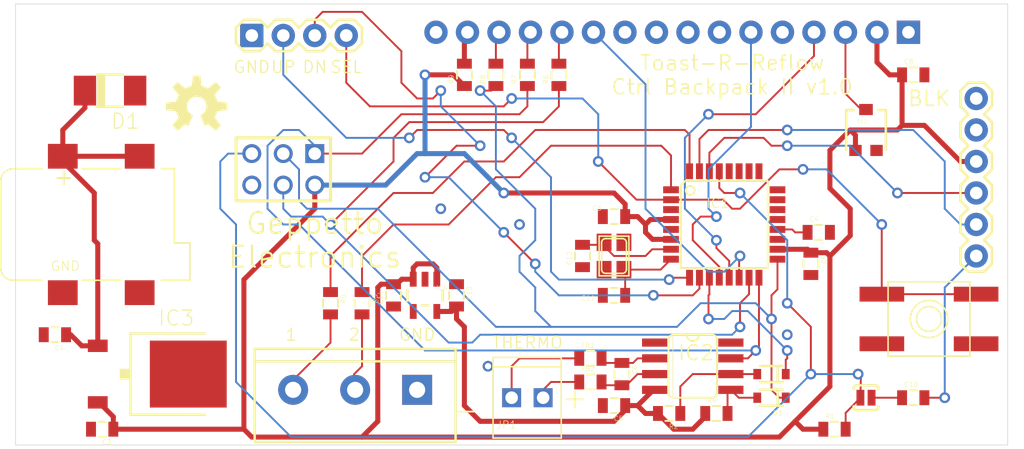
<source format=kicad_pcb>
(kicad_pcb (version 20171130) (host pcbnew "(5.1.10)-1")

  (general
    (thickness 1.6)
    (drawings 17)
    (tracks 399)
    (zones 0)
    (modules 43)
    (nets 52)
  )

  (page A4)
  (layers
    (0 Top signal)
    (1 Route2 signal)
    (2 Route3 signal)
    (3 Route14 signal)
    (4 Route15 signal)
    (31 Bottom signal)
    (32 B.Adhes user)
    (33 F.Adhes user)
    (34 B.Paste user)
    (35 F.Paste user)
    (36 B.SilkS user)
    (37 F.SilkS user)
    (38 B.Mask user)
    (39 F.Mask user)
    (40 Dwgs.User user)
    (41 Cmts.User user)
    (42 Eco1.User user)
    (43 Eco2.User user)
    (44 Edge.Cuts user)
    (45 Margin user)
    (46 B.CrtYd user)
    (47 F.CrtYd user)
    (48 B.Fab user)
    (49 F.Fab user)
  )

  (setup
    (last_trace_width 0.25)
    (trace_clearance 0.1524)
    (zone_clearance 0.508)
    (zone_45_only no)
    (trace_min 0.1524)
    (via_size 0.8)
    (via_drill 0.4)
    (via_min_size 0.4)
    (via_min_drill 0.3)
    (uvia_size 0.3)
    (uvia_drill 0.1)
    (uvias_allowed no)
    (uvia_min_size 0.2)
    (uvia_min_drill 0.1)
    (edge_width 0.05)
    (segment_width 0.2)
    (pcb_text_width 0.3)
    (pcb_text_size 1.5 1.5)
    (mod_edge_width 0.12)
    (mod_text_size 1 1)
    (mod_text_width 0.15)
    (pad_size 1.524 1.524)
    (pad_drill 0.762)
    (pad_to_mask_clearance 0)
    (aux_axis_origin 0 0)
    (visible_elements FFFFFF7F)
    (pcbplotparams
      (layerselection 0x010fc_ffffffff)
      (usegerberextensions false)
      (usegerberattributes true)
      (usegerberadvancedattributes true)
      (creategerberjobfile true)
      (excludeedgelayer true)
      (linewidth 0.100000)
      (plotframeref false)
      (viasonmask false)
      (mode 1)
      (useauxorigin false)
      (hpglpennumber 1)
      (hpglpenspeed 20)
      (hpglpendiameter 15.000000)
      (psnegative false)
      (psa4output false)
      (plotreference true)
      (plotvalue true)
      (plotinvisibletext false)
      (padsonsilk false)
      (subtractmaskfromsilk false)
      (outputformat 1)
      (mirror false)
      (drillshape 1)
      (scaleselection 1)
      (outputdirectory ""))
  )

  (net 0 "")
  (net 1 GND)
  (net 2 +5V)
  (net 3 +3V3)
  (net 4 /~RESET)
  (net 5 "Net-(JP3-Pad2)")
  (net 6 /OVEN2)
  (net 7 "Net-(JP3-Pad3)")
  (net 8 /OVEN1)
  (net 9 "Net-(C1-Pad1)")
  (net 10 /MOSI/LCD-D5)
  (net 11 /SCK/LCD-D7)
  (net 12 /MISO/LCD-D6)
  (net 13 "Net-(R9-Pad2)")
  (net 14 "Net-(R8-Pad2)")
  (net 15 "Net-(R7-Pad2)")
  (net 16 "Net-(R6-Pad2)")
  (net 17 /LCD-D4)
  (net 18 "Net-(U1-Pad10)")
  (net 19 "Net-(U1-Pad9)")
  (net 20 "Net-(U1-Pad8)")
  (net 21 "Net-(U1-Pad7)")
  (net 22 /LCD-E)
  (net 23 /LCD-RS)
  (net 24 "Net-(R12-Pad2)")
  (net 25 "Net-(JP6-PadCTS)")
  (net 26 /RXD)
  (net 27 /TXD)
  (net 28 "Net-(C10-Pad2)")
  (net 29 "Net-(C10-Pad1)")
  (net 30 "Net-(IC1-Pad28)")
  (net 31 "Net-(IC1-Pad27)")
  (net 32 "Net-(IC1-Pad26)")
  (net 33 "Net-(IC1-Pad25)")
  (net 34 "Net-(IC1-Pad24)")
  (net 35 "Net-(IC1-Pad23)")
  (net 36 "Net-(IC1-Pad22)")
  (net 37 "Net-(C4-Pad1)")
  (net 38 "Net-(IC1-Pad19)")
  (net 39 /~CS_TEMP)
  (net 40 /DOWN)
  (net 41 /UP)
  (net 42 "Net-(C11-Pad2)")
  (net 43 "Net-(C12-Pad2)")
  (net 44 /SELECT)
  (net 45 "Net-(IC4-Pad4)")
  (net 46 "Net-(D3-Pad2)")
  (net 47 "Net-(D2-Pad2)")
  (net 48 "Net-(C6-Pad2)")
  (net 49 "Net-(C6-Pad1)")
  (net 50 "Net-(FB2-Pad1)")
  (net 51 "Net-(FB1-Pad1)")

  (net_class Default "This is the default net class."
    (clearance 0.1524)
    (trace_width 0.25)
    (via_dia 0.8)
    (via_drill 0.4)
    (uvia_dia 0.3)
    (uvia_drill 0.1)
    (add_net +3V3)
    (add_net +5V)
    (add_net /DOWN)
    (add_net /LCD-D4)
    (add_net /LCD-E)
    (add_net /LCD-RS)
    (add_net /MISO/LCD-D6)
    (add_net /MOSI/LCD-D5)
    (add_net /OVEN1)
    (add_net /OVEN2)
    (add_net /RXD)
    (add_net /SCK/LCD-D7)
    (add_net /SELECT)
    (add_net /TXD)
    (add_net /UP)
    (add_net /~CS_TEMP)
    (add_net /~RESET)
    (add_net GND)
    (add_net "Net-(C1-Pad1)")
    (add_net "Net-(C10-Pad1)")
    (add_net "Net-(C10-Pad2)")
    (add_net "Net-(C11-Pad2)")
    (add_net "Net-(C12-Pad2)")
    (add_net "Net-(C4-Pad1)")
    (add_net "Net-(C6-Pad1)")
    (add_net "Net-(C6-Pad2)")
    (add_net "Net-(D2-Pad2)")
    (add_net "Net-(D3-Pad2)")
    (add_net "Net-(FB1-Pad1)")
    (add_net "Net-(FB2-Pad1)")
    (add_net "Net-(IC1-Pad19)")
    (add_net "Net-(IC1-Pad22)")
    (add_net "Net-(IC1-Pad23)")
    (add_net "Net-(IC1-Pad24)")
    (add_net "Net-(IC1-Pad25)")
    (add_net "Net-(IC1-Pad26)")
    (add_net "Net-(IC1-Pad27)")
    (add_net "Net-(IC1-Pad28)")
    (add_net "Net-(IC4-Pad4)")
    (add_net "Net-(JP3-Pad2)")
    (add_net "Net-(JP3-Pad3)")
    (add_net "Net-(JP6-PadCTS)")
    (add_net "Net-(R12-Pad2)")
    (add_net "Net-(R6-Pad2)")
    (add_net "Net-(R7-Pad2)")
    (add_net "Net-(R8-Pad2)")
    (add_net "Net-(R9-Pad2)")
    (add_net "Net-(U1-Pad10)")
    (add_net "Net-(U1-Pad7)")
    (add_net "Net-(U1-Pad8)")
    (add_net "Net-(U1-Pad9)")
  )

  (module Controller_II:0805 (layer Top) (tedit 0) (tstamp 611B0141)
    (at 174.5361 121.5136)
    (path /5FC72806)
    (fp_text reference R1 (at -0.762 -0.8255) (layer F.SilkS)
      (effects (font (size 0.38608 0.38608) (thickness 0.032512)) (justify left bottom))
    )
    (fp_text value 10k (at -1.016 1.397) (layer F.Fab)
      (effects (font (size 0.38608 0.38608) (thickness 0.032512)) (justify left bottom))
    )
    (fp_line (start -0.3 0.6) (end 0.3 0.6) (layer F.SilkS) (width 0.1524))
    (fp_line (start -0.3 -0.6) (end 0.3 -0.6) (layer F.SilkS) (width 0.1524))
    (pad 2 smd rect (at 0.9 0) (size 0.8 1.2) (layers Top F.Paste F.Mask)
      (net 4 /~RESET) (solder_mask_margin 0.1016))
    (pad 1 smd rect (at -0.9 0) (size 0.8 1.2) (layers Top F.Paste F.Mask)
      (net 2 +5V) (solder_mask_margin 0.1016))
  )

  (module Controller_II:0805 (layer Top) (tedit 0) (tstamp 611B0148)
    (at 136.4361 111.3536 270)
    (path /824F0A82)
    (fp_text reference R3 (at -0.762 -0.8255 270) (layer F.SilkS)
      (effects (font (size 0.38608 0.38608) (thickness 0.032512)) (justify right top))
    )
    (fp_text value 150 (at -1.016 1.397 270) (layer F.Fab)
      (effects (font (size 0.38608 0.38608) (thickness 0.032512)) (justify right top))
    )
    (fp_line (start -0.3 0.6) (end 0.3 0.6) (layer F.SilkS) (width 0.1524))
    (fp_line (start -0.3 -0.6) (end 0.3 -0.6) (layer F.SilkS) (width 0.1524))
    (pad 2 smd rect (at 0.9 0 270) (size 0.8 1.2) (layers Top F.Paste F.Mask)
      (net 5 "Net-(JP3-Pad2)") (solder_mask_margin 0.1016))
    (pad 1 smd rect (at -0.9 0 270) (size 0.8 1.2) (layers Top F.Paste F.Mask)
      (net 6 /OVEN2) (solder_mask_margin 0.1016))
  )

  (module Controller_II:0805 (layer Top) (tedit 0) (tstamp 611B014F)
    (at 133.8961 111.3536 270)
    (path /E8A05393)
    (fp_text reference R5 (at -0.762 -0.8255 270) (layer F.SilkS)
      (effects (font (size 0.38608 0.38608) (thickness 0.032512)) (justify right top))
    )
    (fp_text value 150 (at -1.016 1.397 270) (layer F.Fab)
      (effects (font (size 0.38608 0.38608) (thickness 0.032512)) (justify right top))
    )
    (fp_line (start -0.3 0.6) (end 0.3 0.6) (layer F.SilkS) (width 0.1524))
    (fp_line (start -0.3 -0.6) (end 0.3 -0.6) (layer F.SilkS) (width 0.1524))
    (pad 2 smd rect (at 0.9 0 270) (size 0.8 1.2) (layers Top F.Paste F.Mask)
      (net 7 "Net-(JP3-Pad3)") (solder_mask_margin 0.1016))
    (pad 1 smd rect (at -0.9 0 270) (size 0.8 1.2) (layers Top F.Paste F.Mask)
      (net 8 /OVEN1) (solder_mask_margin 0.1016))
  )

  (module Controller_II:SCREWTERMINAL-5MM-3 (layer Top) (tedit 0) (tstamp 611B0156)
    (at 140.8811 118.3386 180)
    (path /82EDF692)
    (fp_text reference JP3 (at -1.27 -2.54 180) (layer F.SilkS) hide
      (effects (font (size 0.38608 0.38608) (thickness 0.032512)) (justify right top))
    )
    (fp_text value OVEN (at 10.16 6.35) (layer F.Fab)
      (effects (font (size 1.2065 1.2065) (thickness 0.12065)) (justify left bottom))
    )
    (fp_circle (center 2.5 -3.7) (end 2.7828 -3.7) (layer F.Fab) (width 0.127))
    (fp_line (start 13.7 -3) (end 13.1 -3) (layer F.Fab) (width 0.2032))
    (fp_line (start 13.7 -4) (end 13.7 -3) (layer F.Fab) (width 0.2032))
    (fp_line (start 13.1 -4) (end 13.7 -4) (layer F.Fab) (width 0.2032))
    (fp_line (start -3.7 2.35) (end -3.1 2.35) (layer F.Fab) (width 0.2032))
    (fp_line (start -3.7 1.35) (end -3.7 2.35) (layer F.Fab) (width 0.2032))
    (fp_line (start -3.1 1.35) (end -3.7 1.35) (layer F.Fab) (width 0.2032))
    (fp_line (start 13.1 2.3) (end -3.1 2.3) (layer F.SilkS) (width 0.2032))
    (fp_line (start -3.1 2.3) (end -3.1 -4.2) (layer F.SilkS) (width 0.2032))
    (fp_line (start -3.1 3.3) (end -3.1 2.3) (layer F.SilkS) (width 0.2032))
    (fp_line (start 13.1 3.3) (end -3.1 3.3) (layer F.SilkS) (width 0.2032))
    (fp_line (start 13.1 2.3) (end 13.1 3.3) (layer F.SilkS) (width 0.2032))
    (fp_line (start 13.1 -4.2) (end 13.1 2.3) (layer F.SilkS) (width 0.2032))
    (fp_line (start -3.1 -4.2) (end 13.1 -4.2) (layer F.SilkS) (width 0.2032))
    (pad 3 thru_hole circle (at 10 0 180) (size 2.413 2.413) (drill 1.3) (layers *.Cu *.Mask)
      (net 7 "Net-(JP3-Pad3)") (solder_mask_margin 0.1016))
    (pad 2 thru_hole circle (at 5 0 180) (size 2.413 2.413) (drill 1.3) (layers *.Cu *.Mask)
      (net 5 "Net-(JP3-Pad2)") (solder_mask_margin 0.1016))
    (pad 1 thru_hole rect (at 0 0 180) (size 2.413 2.413) (drill 1.3) (layers *.Cu *.Mask)
      (net 1 GND) (solder_mask_margin 0.1016))
  )

  (module Controller_II:TO252 (layer Top) (tedit 0) (tstamp 611B016A)
    (at 119.9261 117.0686 270)
    (descr "<b>SMALL OUTLINE TRANSISTOR</b><p>\nTS-003")
    (path /B686635D)
    (fp_text reference IC3 (at -3.81 0) (layer F.SilkS)
      (effects (font (size 1.2065 1.2065) (thickness 0.09652)) (justify left bottom))
    )
    (fp_text value 78DT (at 5.08 2.54) (layer F.Fab) hide
      (effects (font (size 1.2065 1.2065) (thickness 0.1016)) (justify left bottom))
    )
    (fp_poly (pts (xy -2.5654 -3.937) (xy -2.5654 -4.6482) (xy -2.1082 -5.1054) (xy 2.1082 -5.1054)
      (xy 2.5654 -4.6482) (xy 2.5654 -3.937)) (layer F.Fab) (width 0))
    (fp_poly (pts (xy -0.4318 3.0226) (xy 0.4318 3.0226) (xy 0.4318 2.2606) (xy -0.4318 2.2606)) (layer F.SilkS) (width 0))
    (fp_poly (pts (xy 1.8542 5.1562) (xy 2.7178 5.1562) (xy 2.7178 2.2606) (xy 1.8542 2.2606)) (layer F.Fab) (width 0))
    (fp_poly (pts (xy -2.7178 5.1562) (xy -1.8542 5.1562) (xy -1.8542 2.2606) (xy -2.7178 2.2606)) (layer F.Fab) (width 0))
    (fp_line (start 2.5654 -3.937) (end -2.5654 -3.937) (layer F.Fab) (width 0.2032))
    (fp_line (start 2.5654 -4.6482) (end 2.5654 -3.937) (layer F.Fab) (width 0.2032))
    (fp_line (start 2.1082 -5.1054) (end 2.5654 -4.6482) (layer F.Fab) (width 0.2032))
    (fp_line (start -2.1082 -5.1054) (end 2.1082 -5.1054) (layer F.Fab) (width 0.2032))
    (fp_line (start -2.5654 -4.6482) (end -2.1082 -5.1054) (layer F.Fab) (width 0.2032))
    (fp_line (start -2.5654 -3.937) (end -2.5654 -4.6482) (layer F.Fab) (width 0.2032))
    (fp_line (start -3.277 -3.835) (end 3.2774 -3.8346) (layer F.Fab) (width 0.2032))
    (fp_line (start -3.277 2.159) (end -3.2766 -3.8354) (layer F.SilkS) (width 0.2032))
    (fp_line (start 3.277 2.159) (end -3.277 2.159) (layer F.SilkS) (width 0.2032))
    (fp_line (start 3.2766 -3.8354) (end 3.277 2.159) (layer F.SilkS) (width 0.2032))
    (pad 2 smd rect (at 2.28 4.8 270) (size 1 1.6) (layers Top F.Paste F.Mask)
      (net 2 +5V) (solder_mask_margin 0.1016))
    (pad 1 smd rect (at -2.28 4.8 270) (size 1 1.6) (layers Top F.Paste F.Mask)
      (net 9 "Net-(C1-Pad1)") (solder_mask_margin 0.1016))
    (pad 3 smd rect (at 0 -2.5 270) (size 5.4 6.2) (layers Top F.Paste F.Mask)
      (net 1 GND) (solder_mask_margin 0.1016))
  )

  (module Controller_II:AVR-ISP-6 (layer Top) (tedit 0) (tstamp 611B017E)
    (at 130.0861 100.5586 180)
    (descr "<b>PIN HEADER</b><p> JTAG 6 Pin, 0.1\" Straight")
    (path /CF5516C9)
    (fp_text reference JP4 (at -3.81 4.445 180) (layer F.SilkS) hide
      (effects (font (size 1.2065 1.2065) (thickness 0.127)) (justify right top))
    )
    (fp_text value ISP (at -7.62 1.905) (layer F.Fab)
      (effects (font (size 1.2065 1.2065) (thickness 0.14478)) (justify left bottom))
    )
    (fp_poly (pts (xy 2.286 1.524) (xy 2.794 1.524) (xy 2.794 1.016) (xy 2.286 1.016)) (layer F.Fab) (width 0))
    (fp_poly (pts (xy 2.286 -1.016) (xy 2.794 -1.016) (xy 2.794 -1.524) (xy 2.286 -1.524)) (layer F.Fab) (width 0))
    (fp_poly (pts (xy -0.254 1.524) (xy 0.254 1.524) (xy 0.254 1.016) (xy -0.254 1.016)) (layer F.Fab) (width 0))
    (fp_poly (pts (xy -0.254 -1.016) (xy 0.254 -1.016) (xy 0.254 -1.524) (xy -0.254 -1.524)) (layer F.Fab) (width 0))
    (fp_poly (pts (xy -2.794 -1.016) (xy -2.286 -1.016) (xy -2.286 -1.524) (xy -2.794 -1.524)) (layer F.Fab) (width 0))
    (fp_poly (pts (xy -2.794 1.524) (xy -2.286 1.524) (xy -2.286 1.016) (xy -2.794 1.016)) (layer F.Fab) (width 0))
    (fp_line (start -3.81 2.54) (end -3.81 -2.54) (layer F.SilkS) (width 0.254))
    (fp_line (start 3.81 2.54) (end -3.81 2.54) (layer F.SilkS) (width 0.254))
    (fp_line (start 3.81 -2.54) (end 3.81 2.54) (layer F.SilkS) (width 0.254))
    (fp_line (start -3.81 -2.54) (end 3.81 -2.54) (layer F.SilkS) (width 0.254))
    (pad 6 thru_hole circle (at 2.54 -1.27 180) (size 1.524 1.524) (drill 1.016) (layers *.Cu *.Mask)
      (net 1 GND) (solder_mask_margin 0.1016))
    (pad 5 thru_hole circle (at 2.54 1.27 180) (size 1.524 1.524) (drill 1.016) (layers *.Cu *.Mask)
      (net 4 /~RESET) (solder_mask_margin 0.1016))
    (pad 4 thru_hole circle (at 0 -1.27 180) (size 1.524 1.524) (drill 1.016) (layers *.Cu *.Mask)
      (net 10 /MOSI/LCD-D5) (solder_mask_margin 0.1016))
    (pad 3 thru_hole circle (at 0 1.27 180) (size 1.524 1.524) (drill 1.016) (layers *.Cu *.Mask)
      (net 11 /SCK/LCD-D7) (solder_mask_margin 0.1016))
    (pad 2 thru_hole circle (at -2.54 -1.27 180) (size 1.524 1.524) (drill 1.016) (layers *.Cu *.Mask)
      (net 2 +5V) (solder_mask_margin 0.1016))
    (pad 1 thru_hole rect (at -2.54 1.27 180) (size 1.524 1.524) (drill 1.016) (layers *.Cu *.Mask)
      (net 12 /MISO/LCD-D6) (solder_mask_margin 0.1016))
  )

  (module Controller_II:0805 (layer Top) (tedit 0) (tstamp 611B0191)
    (at 111.6711 113.8936 180)
    (path /174EE90B)
    (fp_text reference C1 (at -0.762 -0.8255 180) (layer F.SilkS)
      (effects (font (size 0.38608 0.38608) (thickness 0.032512)) (justify right top))
    )
    (fp_text value 0.33uF (at -1.016 1.397 180) (layer F.Fab)
      (effects (font (size 0.38608 0.38608) (thickness 0.032512)) (justify right top))
    )
    (fp_line (start -0.3 0.6) (end 0.3 0.6) (layer F.SilkS) (width 0.1524))
    (fp_line (start -0.3 -0.6) (end 0.3 -0.6) (layer F.SilkS) (width 0.1524))
    (pad 2 smd rect (at 0.9 0 180) (size 0.8 1.2) (layers Top F.Paste F.Mask)
      (net 1 GND) (solder_mask_margin 0.1016))
    (pad 1 smd rect (at -0.9 0 180) (size 0.8 1.2) (layers Top F.Paste F.Mask)
      (net 9 "Net-(C1-Pad1)") (solder_mask_margin 0.1016))
  )

  (module Controller_II:0805 (layer Top) (tedit 0) (tstamp 611B0198)
    (at 156.7561 104.3686 180)
    (path /88676885)
    (fp_text reference C3 (at 1.778 0.4445) (layer F.SilkS)
      (effects (font (size 0.38608 0.38608) (thickness 0.030886)) (justify left bottom))
    )
    (fp_text value 0.1uF (at -1.016 1.397 180) (layer F.Fab) hide
      (effects (font (size 0.38608 0.38608) (thickness 0.032512)) (justify right top))
    )
    (fp_line (start -0.3 0.6) (end 0.3 0.6) (layer F.SilkS) (width 0.1524))
    (fp_line (start -0.3 -0.6) (end 0.3 -0.6) (layer F.SilkS) (width 0.1524))
    (pad 2 smd rect (at 0.9 0 180) (size 0.8 1.2) (layers Top F.Paste F.Mask)
      (net 1 GND) (solder_mask_margin 0.1016))
    (pad 1 smd rect (at -0.9 0 180) (size 0.8 1.2) (layers Top F.Paste F.Mask)
      (net 2 +5V) (solder_mask_margin 0.1016))
  )

  (module Controller_II:0805 (layer Top) (tedit 0) (tstamp 611B019F)
    (at 115.4811 121.5136 180)
    (path /C8DDE19D)
    (fp_text reference C2 (at -0.762 -0.8255 180) (layer F.SilkS)
      (effects (font (size 0.38608 0.38608) (thickness 0.032512)) (justify right top))
    )
    (fp_text value 0.1uF (at -1.016 1.397 180) (layer F.Fab)
      (effects (font (size 0.38608 0.38608) (thickness 0.032512)) (justify right top))
    )
    (fp_line (start -0.3 0.6) (end 0.3 0.6) (layer F.SilkS) (width 0.1524))
    (fp_line (start -0.3 -0.6) (end 0.3 -0.6) (layer F.SilkS) (width 0.1524))
    (pad 2 smd rect (at 0.9 0 180) (size 0.8 1.2) (layers Top F.Paste F.Mask)
      (net 1 GND) (solder_mask_margin 0.1016))
    (pad 1 smd rect (at -0.9 0 180) (size 0.8 1.2) (layers Top F.Paste F.Mask)
      (net 2 +5V) (solder_mask_margin 0.1016))
  )

  (module Controller_II:DO-214AC (layer Top) (tedit 0) (tstamp 611B01A6)
    (at 116.1161 94.2086)
    (descr "<b>SURFACE MOUNT GENERAL RECTIFIER</b> JEDEC DO-214AC molded platic body<p>\nMethod 2026<br>\nSource: http://www.kingtronics.com/SMD_M7/M7_SMD_4007.pdf")
    (path /69C6D9D7)
    (fp_text reference D1 (at 0 3.175) (layer F.SilkS)
      (effects (font (size 1.2065 1.2065) (thickness 0.09652)) (justify left bottom))
    )
    (fp_text value S1M (at -2.54 3.175) (layer F.Fab) hide
      (effects (font (size 1.2065 1.2065) (thickness 0.1016)) (justify left bottom))
    )
    (fp_poly (pts (xy -1.75 1.225) (xy -1.075 1.225) (xy -1.075 -1.225) (xy -1.75 -1.225)) (layer F.Fab) (width 0))
    (fp_poly (pts (xy -1.065 1.225) (xy -0.39 1.225) (xy -0.39 -1.225) (xy -1.065 -1.225)) (layer F.SilkS) (width 0))
    (fp_poly (pts (xy 2.825 -1.1) (xy 2.175 -1.1) (xy 2.175 1.1) (xy 2.825 1.1)) (layer F.Fab) (width 0))
    (fp_poly (pts (xy -2.825 1.1) (xy -2.175 1.1) (xy -2.175 -1.1) (xy -2.825 -1.1)) (layer F.Fab) (width 0))
    (fp_line (start 1.025 1.3) (end -1.035 1.3) (layer F.SilkS) (width 0.2032))
    (fp_line (start -1.035 -1.3) (end 1.025 -1.3) (layer F.SilkS) (width 0.2032))
    (fp_line (start -2.15 1.3) (end -2.15 -1.3) (layer F.Fab) (width 0.2032))
    (fp_line (start 2.15 1.3) (end -2.15 1.3) (layer F.Fab) (width 0.2032))
    (fp_line (start 2.15 -1.3) (end 2.15 1.3) (layer F.Fab) (width 0.2032))
    (fp_line (start -2.15 -1.3) (end 2.15 -1.3) (layer F.Fab) (width 0.2032))
    (pad A smd rect (at 2.025 0 180) (size 1.8 2.4) (layers Top F.Paste F.Mask)
      (net 1 GND) (solder_mask_margin 0.1016))
    (pad C smd rect (at -2.025 0) (size 1.8 2.4) (layers Top F.Paste F.Mask)
      (net 9 "Net-(C1-Pad1)") (solder_mask_margin 0.1016))
  )

  (module Controller_II:OSHW-LOGO-M (layer Top) (tedit 0) (tstamp 611B01B5)
    (at 123.1011 95.4786)
    (fp_text reference U$1 (at 0 0) (layer F.SilkS) hide
      (effects (font (size 1.27 1.27) (thickness 0.15)))
    )
    (fp_text value "" (at 0 0) (layer F.SilkS) hide
      (effects (font (size 1.27 1.27) (thickness 0.15)))
    )
    (fp_poly (pts (xy 0.6578 1.588) (xy 0.9108 1.4576) (xy 1.5392 1.97) (xy 1.97 1.5392)
      (xy 1.4576 0.9108) (xy 1.6747 0.3866) (xy 2.4814 0.3047) (xy 2.4814 -0.3047)
      (xy 1.6747 -0.3866) (xy 1.58793 -0.65772) (xy 1.4576 -0.9108) (xy 1.97 -1.5392)
      (xy 1.5392 -1.97) (xy 0.9108 -1.4576) (xy 0.65772 -1.58793) (xy 0.3866 -1.6747)
      (xy 0.3047 -2.4814) (xy -0.3047 -2.4814) (xy -0.3866 -1.6747) (xy -0.65772 -1.58793)
      (xy -0.9108 -1.4576) (xy -1.5392 -1.97) (xy -1.97 -1.5392) (xy -1.4576 -0.9108)
      (xy -1.6747 -0.3866) (xy -2.4814 -0.3047) (xy -2.4814 0.3047) (xy -1.6747 0.3866)
      (xy -1.4576 0.9108) (xy -1.97 1.5392) (xy -1.5392 1.97) (xy -0.9108 1.4576)
      (xy -0.787004 1.528046) (xy -0.6578 1.588) (xy -0.299 0.7218) (xy -0.495664 0.60394)
      (xy -0.649641 0.434061) (xy -0.747668 0.226796) (xy -0.7813 0) (xy -0.75891 -0.185699)
      (xy -0.693025 -0.360754) (xy -0.58742 -0.515133) (xy -0.448147 -0.639987) (xy -0.283191 -0.728161)
      (xy -0.102004 -0.7746) (xy 0.085029 -0.776643) (xy 0.267187 -0.734173) (xy 0.43403 -0.649624)
      (xy 0.575996 -0.527842) (xy 0.684949 -0.375807) (xy 0.754643 -0.202233) (xy 0.781084 -0.017067)
      (xy 0.762756 0.169076) (xy 0.70071 0.345529) (xy 0.598503 0.502178) (xy 0.299 0.7218)) (layer F.SilkS) (width 0))
  )

  (module Controller_II:LCD-16X2_NOSILK (layer Bottom) (tedit 0) (tstamp 611B01B9)
    (at 148.5011 105.0036 180)
    (path /94FABF20)
    (fp_text reference U1 (at 0 0 180) (layer B.SilkS) hide
      (effects (font (size 1.27 1.27) (thickness 0.15)) (justify mirror))
    )
    (fp_text value LCD-16X2NOSILK (at 0 0 180) (layer B.SilkS) hide
      (effects (font (size 1.27 1.27) (thickness 0.15)) (justify mirror))
    )
    (fp_text user 1 (at -34.29 15.24 180) (layer B.Fab)
      (effects (font (size 0.9652 0.9652) (thickness 0.1524)) (justify right bottom mirror))
    )
    (fp_line (start -32.25 -8.2) (end -32.25 8.2) (layer B.Fab) (width 0.2032))
    (fp_line (start 32.25 -8.2) (end -32.25 -8.2) (layer B.Fab) (width 0.2032))
    (fp_line (start 32.25 8.2) (end 32.25 -8.2) (layer B.Fab) (width 0.2032))
    (fp_line (start -32.25 8.2) (end 32.25 8.2) (layer B.Fab) (width 0.2032))
    (fp_line (start -35.65 -13.15) (end -35.65 13.15) (layer B.Fab) (width 0.2032))
    (fp_line (start 35.65 -13.15) (end -35.65 -13.15) (layer B.Fab) (width 0.2032))
    (fp_line (start 35.65 13.15) (end 35.65 -13.15) (layer B.Fab) (width 0.2032))
    (fp_line (start -35.65 13.15) (end 35.65 13.15) (layer B.Fab) (width 0.2032))
    (fp_line (start -40 -18) (end -40 18) (layer B.Fab) (width 0.2032))
    (fp_line (start 40 -18) (end -40 -18) (layer B.Fab) (width 0.2032))
    (fp_line (start 40 18) (end 40 -18) (layer B.Fab) (width 0.2032))
    (fp_line (start -40 18) (end 40 18) (layer B.Fab) (width 0.2032))
    (pad "" np_thru_hole circle (at 37.5 -15.5 180) (size 2.8 2.8) (drill 2.8) (layers *.Cu *.Mask))
    (pad "" np_thru_hole circle (at 37.5 15.5 180) (size 2.8 2.8) (drill 2.8) (layers *.Cu *.Mask))
    (pad "" np_thru_hole circle (at -37.5 -15.5 180) (size 2.8 2.8) (drill 2.8) (layers *.Cu *.Mask))
    (pad "" np_thru_hole circle (at -37.5 15.5 180) (size 2.8 2.8) (drill 2.8) (layers *.Cu *.Mask))
    (pad 16 thru_hole circle (at 6.1 15.5 180) (size 1.8796 1.8796) (drill 1.016) (layers *.Cu *.Mask)
      (net 1 GND) (solder_mask_margin 0.1016))
    (pad 15 thru_hole circle (at 3.56 15.5 180) (size 1.8796 1.8796) (drill 1.016) (layers *.Cu *.Mask)
      (net 13 "Net-(R9-Pad2)") (solder_mask_margin 0.1016))
    (pad 14 thru_hole circle (at 1.02 15.5 180) (size 1.8796 1.8796) (drill 1.016) (layers *.Cu *.Mask)
      (net 14 "Net-(R8-Pad2)") (solder_mask_margin 0.1016))
    (pad 13 thru_hole circle (at -1.52 15.5 180) (size 1.8796 1.8796) (drill 1.016) (layers *.Cu *.Mask)
      (net 15 "Net-(R7-Pad2)") (solder_mask_margin 0.1016))
    (pad 12 thru_hole circle (at -4.06 15.5 180) (size 1.8796 1.8796) (drill 1.016) (layers *.Cu *.Mask)
      (net 16 "Net-(R6-Pad2)") (solder_mask_margin 0.1016))
    (pad 11 thru_hole circle (at -6.6 15.5 180) (size 1.8796 1.8796) (drill 1.016) (layers *.Cu *.Mask)
      (net 17 /LCD-D4) (solder_mask_margin 0.1016))
    (pad 10 thru_hole circle (at -9.14 15.5 180) (size 1.8796 1.8796) (drill 1.016) (layers *.Cu *.Mask)
      (net 18 "Net-(U1-Pad10)") (solder_mask_margin 0.1016))
    (pad 9 thru_hole circle (at -11.68 15.5 180) (size 1.8796 1.8796) (drill 1.016) (layers *.Cu *.Mask)
      (net 19 "Net-(U1-Pad9)") (solder_mask_margin 0.1016))
    (pad 8 thru_hole circle (at -14.22 15.5 180) (size 1.8796 1.8796) (drill 1.016) (layers *.Cu *.Mask)
      (net 20 "Net-(U1-Pad8)") (solder_mask_margin 0.1016))
    (pad 7 thru_hole circle (at -16.76 15.5 180) (size 1.8796 1.8796) (drill 1.016) (layers *.Cu *.Mask)
      (net 21 "Net-(U1-Pad7)") (solder_mask_margin 0.1016))
    (pad 6 thru_hole circle (at -19.3 15.5 180) (size 1.8796 1.8796) (drill 1.016) (layers *.Cu *.Mask)
      (net 22 /LCD-E) (solder_mask_margin 0.1016))
    (pad 5 thru_hole circle (at -21.84 15.5 180) (size 1.8796 1.8796) (drill 1.016) (layers *.Cu *.Mask)
      (net 1 GND) (solder_mask_margin 0.1016))
    (pad 4 thru_hole circle (at -24.38 15.5 180) (size 1.8796 1.8796) (drill 1.016) (layers *.Cu *.Mask)
      (net 23 /LCD-RS) (solder_mask_margin 0.1016))
    (pad 3 thru_hole circle (at -26.92 15.5 180) (size 1.8796 1.8796) (drill 1.016) (layers *.Cu *.Mask)
      (net 24 "Net-(R12-Pad2)") (solder_mask_margin 0.1016))
    (pad 2 thru_hole circle (at -29.46 15.5 180) (size 1.8796 1.8796) (drill 1.016) (layers *.Cu *.Mask)
      (net 2 +5V) (solder_mask_margin 0.1016))
    (pad 1 thru_hole rect (at -32 15.5 180) (size 1.8796 1.8796) (drill 1.016) (layers *.Cu *.Mask)
      (net 1 GND) (solder_mask_margin 0.1016))
  )

  (module Controller_II:0805 (layer Top) (tedit 0) (tstamp 611B01DD)
    (at 180.8861 92.9386)
    (path /A7E76009)
    (fp_text reference C8 (at -0.762 -0.8255) (layer F.SilkS)
      (effects (font (size 0.38608 0.38608) (thickness 0.032512)) (justify left bottom))
    )
    (fp_text value 0.1uF (at -1.016 1.397) (layer F.Fab)
      (effects (font (size 0.38608 0.38608) (thickness 0.032512)) (justify left bottom))
    )
    (fp_line (start -0.3 0.6) (end 0.3 0.6) (layer F.SilkS) (width 0.1524))
    (fp_line (start -0.3 -0.6) (end 0.3 -0.6) (layer F.SilkS) (width 0.1524))
    (pad 2 smd rect (at 0.9 0) (size 0.8 1.2) (layers Top F.Paste F.Mask)
      (net 1 GND) (solder_mask_margin 0.1016))
    (pad 1 smd rect (at -0.9 0) (size 0.8 1.2) (layers Top F.Paste F.Mask)
      (net 2 +5V) (solder_mask_margin 0.1016))
  )

  (module Controller_II:0805 (layer Top) (tedit 0) (tstamp 611B01E4)
    (at 144.6911 92.9386 90)
    (path /2F8FC2E7)
    (fp_text reference R9 (at -0.762 -0.8255 90) (layer F.SilkS)
      (effects (font (size 0.38608 0.38608) (thickness 0.032512)) (justify left bottom))
    )
    (fp_text value 0 (at -1.016 1.397 90) (layer F.Fab)
      (effects (font (size 0.38608 0.38608) (thickness 0.032512)) (justify left bottom))
    )
    (fp_line (start -0.3 0.6) (end 0.3 0.6) (layer F.SilkS) (width 0.1524))
    (fp_line (start -0.3 -0.6) (end 0.3 -0.6) (layer F.SilkS) (width 0.1524))
    (pad 2 smd rect (at 0.9 0 90) (size 0.8 1.2) (layers Top F.Paste F.Mask)
      (net 13 "Net-(R9-Pad2)") (solder_mask_margin 0.1016))
    (pad 1 smd rect (at -0.9 0 90) (size 0.8 1.2) (layers Top F.Paste F.Mask)
      (net 2 +5V) (solder_mask_margin 0.1016))
  )

  (module Controller_II:0805 (layer Top) (tedit 0) (tstamp 611B01EB)
    (at 172.6311 108.1786 270)
    (path /F5E906B6)
    (fp_text reference C9 (at -0.762 -0.8255 270) (layer F.SilkS)
      (effects (font (size 0.38608 0.38608) (thickness 0.032512)) (justify right top))
    )
    (fp_text value 0.1uF (at -1.016 1.397 270) (layer F.Fab)
      (effects (font (size 0.38608 0.38608) (thickness 0.032512)) (justify right top))
    )
    (fp_line (start -0.3 0.6) (end 0.3 0.6) (layer F.SilkS) (width 0.1524))
    (fp_line (start -0.3 -0.6) (end 0.3 -0.6) (layer F.SilkS) (width 0.1524))
    (pad 2 smd rect (at 0.9 0 270) (size 0.8 1.2) (layers Top F.Paste F.Mask)
      (net 1 GND) (solder_mask_margin 0.1016))
    (pad 1 smd rect (at -0.9 0 270) (size 0.8 1.2) (layers Top F.Paste F.Mask)
      (net 2 +5V) (solder_mask_margin 0.1016))
  )

  (module Controller_II:TRIMPOT-3MM (layer Top) (tedit 0) (tstamp 611B01F2)
    (at 177.0761 97.3836)
    (path /40F719DA)
    (fp_text reference R12 (at -0.762 -0.508) (layer F.SilkS)
      (effects (font (size 0.28956 0.28956) (thickness 0.024384)) (justify left bottom))
    )
    (fp_text value 20k (at -0.762 0) (layer F.Fab)
      (effects (font (size 0.28956 0.28956) (thickness 0.024384)) (justify left bottom))
    )
    (fp_line (start 1.6 -1.6) (end 1.6 1.6) (layer F.SilkS) (width 0.2032))
    (fp_line (start 1 -1.6) (end 1.6 -1.6) (layer F.SilkS) (width 0.2032))
    (fp_line (start -1.6 -1.6) (end -1.6 1.6) (layer F.SilkS) (width 0.2032))
    (fp_line (start -1 -1.6) (end -1.6 -1.6) (layer F.SilkS) (width 0.2032))
    (pad 3 smd rect (at 0.85 1.65) (size 1 0.9) (layers Top F.Paste F.Mask)
      (net 1 GND) (solder_mask_margin 0.1016))
    (pad 2 smd rect (at 0 -1.65) (size 1.1 0.9) (layers Top F.Paste F.Mask)
      (net 24 "Net-(R12-Pad2)") (solder_mask_margin 0.1016))
    (pad 1 smd rect (at -0.85 1.65) (size 1 0.9) (layers Top F.Paste F.Mask)
      (net 2 +5V) (solder_mask_margin 0.1016))
  )

  (module Controller_II:FTDI_BASIC (layer Top) (tedit 0) (tstamp 611B01FC)
    (at 185.9661 107.5436 90)
    (path /FFAAB3FC)
    (fp_text reference JP6 (at 1.1938 -1.8288 90) (layer F.SilkS) hide
      (effects (font (size 1.2065 1.2065) (thickness 0.127)) (justify left bottom))
    )
    (fp_text value FTDI (at 15.24 0) (layer F.Fab)
      (effects (font (size 1.2065 1.2065) (thickness 0.12065)) (justify left bottom))
    )
    (fp_poly (pts (xy -0.254 0.254) (xy 0.254 0.254) (xy 0.254 -0.254) (xy -0.254 -0.254)) (layer F.Fab) (width 0))
    (fp_poly (pts (xy 2.286 0.254) (xy 2.794 0.254) (xy 2.794 -0.254) (xy 2.286 -0.254)) (layer F.Fab) (width 0))
    (fp_poly (pts (xy 4.826 0.254) (xy 5.334 0.254) (xy 5.334 -0.254) (xy 4.826 -0.254)) (layer F.Fab) (width 0))
    (fp_poly (pts (xy 7.366 0.254) (xy 7.874 0.254) (xy 7.874 -0.254) (xy 7.366 -0.254)) (layer F.Fab) (width 0))
    (fp_poly (pts (xy 9.906 0.254) (xy 10.414 0.254) (xy 10.414 -0.254) (xy 9.906 -0.254)) (layer F.Fab) (width 0))
    (fp_poly (pts (xy 12.446 0.254) (xy 12.954 0.254) (xy 12.954 -0.254) (xy 12.446 -0.254)) (layer F.Fab) (width 0))
    (fp_text user BLK (at 13.335 -1.905 180) (layer F.Fab)
      (effects (font (size 1.2065 1.2065) (thickness 0.1016)) (justify left bottom))
    )
    (fp_text user GRN (at 0.635 -1.905 180) (layer F.Fab)
      (effects (font (size 1.2065 1.2065) (thickness 0.1016)) (justify left bottom))
    )
    (fp_line (start 13.97 -0.635) (end 13.97 0.635) (layer F.SilkS) (width 0.2032))
    (fp_line (start 0.635 1.27) (end -0.635 1.27) (layer F.SilkS) (width 0.2032))
    (fp_line (start -1.27 0.635) (end -0.635 1.27) (layer F.SilkS) (width 0.2032))
    (fp_line (start -0.635 -1.27) (end -1.27 -0.635) (layer F.SilkS) (width 0.2032))
    (fp_line (start -1.27 -0.635) (end -1.27 0.635) (layer F.SilkS) (width 0.2032))
    (fp_line (start 1.905 1.27) (end 1.27 0.635) (layer F.SilkS) (width 0.2032))
    (fp_line (start 3.175 1.27) (end 1.905 1.27) (layer F.SilkS) (width 0.2032))
    (fp_line (start 3.81 0.635) (end 3.175 1.27) (layer F.SilkS) (width 0.2032))
    (fp_line (start 3.175 -1.27) (end 3.81 -0.635) (layer F.SilkS) (width 0.2032))
    (fp_line (start 1.905 -1.27) (end 3.175 -1.27) (layer F.SilkS) (width 0.2032))
    (fp_line (start 1.27 -0.635) (end 1.905 -1.27) (layer F.SilkS) (width 0.2032))
    (fp_line (start 1.27 0.635) (end 0.635 1.27) (layer F.SilkS) (width 0.2032))
    (fp_line (start 0.635 -1.27) (end 1.27 -0.635) (layer F.SilkS) (width 0.2032))
    (fp_line (start -0.635 -1.27) (end 0.635 -1.27) (layer F.SilkS) (width 0.2032))
    (fp_line (start 8.255 1.27) (end 6.985 1.27) (layer F.SilkS) (width 0.2032))
    (fp_line (start 6.35 0.635) (end 6.985 1.27) (layer F.SilkS) (width 0.2032))
    (fp_line (start 6.985 -1.27) (end 6.35 -0.635) (layer F.SilkS) (width 0.2032))
    (fp_line (start 4.445 1.27) (end 3.81 0.635) (layer F.SilkS) (width 0.2032))
    (fp_line (start 5.715 1.27) (end 4.445 1.27) (layer F.SilkS) (width 0.2032))
    (fp_line (start 6.35 0.635) (end 5.715 1.27) (layer F.SilkS) (width 0.2032))
    (fp_line (start 5.715 -1.27) (end 6.35 -0.635) (layer F.SilkS) (width 0.2032))
    (fp_line (start 4.445 -1.27) (end 5.715 -1.27) (layer F.SilkS) (width 0.2032))
    (fp_line (start 3.81 -0.635) (end 4.445 -1.27) (layer F.SilkS) (width 0.2032))
    (fp_line (start 9.525 1.27) (end 8.89 0.635) (layer F.SilkS) (width 0.2032))
    (fp_line (start 10.795 1.27) (end 9.525 1.27) (layer F.SilkS) (width 0.2032))
    (fp_line (start 11.43 0.635) (end 10.795 1.27) (layer F.SilkS) (width 0.2032))
    (fp_line (start 10.795 -1.27) (end 11.43 -0.635) (layer F.SilkS) (width 0.2032))
    (fp_line (start 9.525 -1.27) (end 10.795 -1.27) (layer F.SilkS) (width 0.2032))
    (fp_line (start 8.89 -0.635) (end 9.525 -1.27) (layer F.SilkS) (width 0.2032))
    (fp_line (start 8.89 0.635) (end 8.255 1.27) (layer F.SilkS) (width 0.2032))
    (fp_line (start 8.255 -1.27) (end 8.89 -0.635) (layer F.SilkS) (width 0.2032))
    (fp_line (start 6.985 -1.27) (end 8.255 -1.27) (layer F.SilkS) (width 0.2032))
    (fp_line (start 12.065 1.27) (end 11.43 0.635) (layer F.SilkS) (width 0.2032))
    (fp_line (start 13.335 1.27) (end 12.065 1.27) (layer F.SilkS) (width 0.2032))
    (fp_line (start 13.97 0.635) (end 13.335 1.27) (layer F.SilkS) (width 0.2032))
    (fp_line (start 13.335 -1.27) (end 13.97 -0.635) (layer F.SilkS) (width 0.2032))
    (fp_line (start 12.065 -1.27) (end 13.335 -1.27) (layer F.SilkS) (width 0.2032))
    (fp_line (start 11.43 -0.635) (end 12.065 -1.27) (layer F.SilkS) (width 0.2032))
    (pad GND thru_hole circle (at 12.7 0 180) (size 1.8796 1.8796) (drill 1.016) (layers *.Cu *.Mask)
      (net 1 GND) (solder_mask_margin 0.1016))
    (pad CTS thru_hole circle (at 10.16 0 180) (size 1.8796 1.8796) (drill 1.016) (layers *.Cu *.Mask)
      (net 25 "Net-(JP6-PadCTS)") (solder_mask_margin 0.1016))
    (pad VCC thru_hole circle (at 7.62 0 180) (size 1.8796 1.8796) (drill 1.016) (layers *.Cu *.Mask)
      (net 2 +5V) (solder_mask_margin 0.1016))
    (pad TXO thru_hole circle (at 5.08 0 180) (size 1.8796 1.8796) (drill 1.016) (layers *.Cu *.Mask)
      (net 26 /RXD) (solder_mask_margin 0.1016))
    (pad RXI thru_hole circle (at 2.54 0 180) (size 1.8796 1.8796) (drill 1.016) (layers *.Cu *.Mask)
      (net 27 /TXD) (solder_mask_margin 0.1016))
    (pad DTR thru_hole circle (at 0 0 180) (size 1.8796 1.8796) (drill 1.016) (layers *.Cu *.Mask)
      (net 28 "Net-(C10-Pad2)") (solder_mask_margin 0.1016))
  )

  (module Controller_II:0805 (layer Top) (tedit 0) (tstamp 611B0233)
    (at 180.8861 118.9736)
    (path /6EEB2871)
    (fp_text reference C10 (at -0.762 -0.8255) (layer F.SilkS)
      (effects (font (size 0.38608 0.38608) (thickness 0.032512)) (justify left bottom))
    )
    (fp_text value 0.1uF (at -1.016 1.397) (layer F.Fab)
      (effects (font (size 0.38608 0.38608) (thickness 0.032512)) (justify left bottom))
    )
    (fp_line (start -0.3 0.6) (end 0.3 0.6) (layer F.SilkS) (width 0.1524))
    (fp_line (start -0.3 -0.6) (end 0.3 -0.6) (layer F.SilkS) (width 0.1524))
    (pad 2 smd rect (at 0.9 0) (size 0.8 1.2) (layers Top F.Paste F.Mask)
      (net 28 "Net-(C10-Pad2)") (solder_mask_margin 0.1016))
    (pad 1 smd rect (at -0.9 0) (size 0.8 1.2) (layers Top F.Paste F.Mask)
      (net 29 "Net-(C10-Pad1)") (solder_mask_margin 0.1016))
  )

  (module Controller_II:TQFP32-08 (layer Top) (tedit 0) (tstamp 611B023A)
    (at 165.6461 105.0036)
    (descr "<B>Thin Plasic Quad Flat Package</B> Grid 0.8 mm")
    (path /22F7723E)
    (fp_text reference IC1 (at -1.4986 -1.27) (layer F.SilkS)
      (effects (font (size 0.77216 0.77216) (thickness 0.061772)) (justify left bottom))
    )
    (fp_text value MEGA8-AI (at -3.0226 1.27) (layer F.Fab) hide
      (effects (font (size 0.77216 0.77216) (thickness 0.065024)) (justify left bottom))
    )
    (fp_poly (pts (xy -3.0286 -3.556) (xy -2.5714 -3.556) (xy -2.5714 -4.5466) (xy -3.0286 -4.5466)) (layer F.Fab) (width 0))
    (fp_poly (pts (xy -2.2286 -3.556) (xy -1.7714 -3.556) (xy -1.7714 -4.5466) (xy -2.2286 -4.5466)) (layer F.Fab) (width 0))
    (fp_poly (pts (xy -1.4286 -3.556) (xy -0.9714 -3.556) (xy -0.9714 -4.5466) (xy -1.4286 -4.5466)) (layer F.Fab) (width 0))
    (fp_poly (pts (xy -0.6286 -3.556) (xy -0.1714 -3.556) (xy -0.1714 -4.5466) (xy -0.6286 -4.5466)) (layer F.Fab) (width 0))
    (fp_poly (pts (xy 0.1714 -3.556) (xy 0.6286 -3.556) (xy 0.6286 -4.5466) (xy 0.1714 -4.5466)) (layer F.Fab) (width 0))
    (fp_poly (pts (xy 0.9714 -3.556) (xy 1.4286 -3.556) (xy 1.4286 -4.5466) (xy 0.9714 -4.5466)) (layer F.Fab) (width 0))
    (fp_poly (pts (xy 1.7714 -3.556) (xy 2.2286 -3.556) (xy 2.2286 -4.5466) (xy 1.7714 -4.5466)) (layer F.Fab) (width 0))
    (fp_poly (pts (xy 2.5714 -3.556) (xy 3.0286 -3.556) (xy 3.0286 -4.5466) (xy 2.5714 -4.5466)) (layer F.Fab) (width 0))
    (fp_poly (pts (xy 3.556 -2.5714) (xy 4.5466 -2.5714) (xy 4.5466 -3.0286) (xy 3.556 -3.0286)) (layer F.Fab) (width 0))
    (fp_poly (pts (xy 3.556 -1.7714) (xy 4.5466 -1.7714) (xy 4.5466 -2.2286) (xy 3.556 -2.2286)) (layer F.Fab) (width 0))
    (fp_poly (pts (xy 3.556 -0.9714) (xy 4.5466 -0.9714) (xy 4.5466 -1.4286) (xy 3.556 -1.4286)) (layer F.Fab) (width 0))
    (fp_poly (pts (xy 3.556 -0.1714) (xy 4.5466 -0.1714) (xy 4.5466 -0.6286) (xy 3.556 -0.6286)) (layer F.Fab) (width 0))
    (fp_poly (pts (xy 3.556 0.6286) (xy 4.5466 0.6286) (xy 4.5466 0.1714) (xy 3.556 0.1714)) (layer F.Fab) (width 0))
    (fp_poly (pts (xy 3.556 1.4286) (xy 4.5466 1.4286) (xy 4.5466 0.9714) (xy 3.556 0.9714)) (layer F.Fab) (width 0))
    (fp_poly (pts (xy 3.556 2.2286) (xy 4.5466 2.2286) (xy 4.5466 1.7714) (xy 3.556 1.7714)) (layer F.Fab) (width 0))
    (fp_poly (pts (xy 3.556 3.0286) (xy 4.5466 3.0286) (xy 4.5466 2.5714) (xy 3.556 2.5714)) (layer F.Fab) (width 0))
    (fp_poly (pts (xy 2.5714 4.5466) (xy 3.0286 4.5466) (xy 3.0286 3.556) (xy 2.5714 3.556)) (layer F.Fab) (width 0))
    (fp_poly (pts (xy 1.7714 4.5466) (xy 2.2286 4.5466) (xy 2.2286 3.556) (xy 1.7714 3.556)) (layer F.Fab) (width 0))
    (fp_poly (pts (xy 0.9714 4.5466) (xy 1.4286 4.5466) (xy 1.4286 3.556) (xy 0.9714 3.556)) (layer F.Fab) (width 0))
    (fp_poly (pts (xy 0.1714 4.5466) (xy 0.6286 4.5466) (xy 0.6286 3.556) (xy 0.1714 3.556)) (layer F.Fab) (width 0))
    (fp_poly (pts (xy -0.6286 4.5466) (xy -0.1714 4.5466) (xy -0.1714 3.556) (xy -0.6286 3.556)) (layer F.Fab) (width 0))
    (fp_poly (pts (xy -1.4286 4.5466) (xy -0.9714 4.5466) (xy -0.9714 3.556) (xy -1.4286 3.556)) (layer F.Fab) (width 0))
    (fp_poly (pts (xy -2.2286 4.5466) (xy -1.7714 4.5466) (xy -1.7714 3.556) (xy -2.2286 3.556)) (layer F.Fab) (width 0))
    (fp_poly (pts (xy -3.0286 4.5466) (xy -2.5714 4.5466) (xy -2.5714 3.556) (xy -3.0286 3.556)) (layer F.Fab) (width 0))
    (fp_poly (pts (xy -4.5466 3.0286) (xy -3.556 3.0286) (xy -3.556 2.5714) (xy -4.5466 2.5714)) (layer F.Fab) (width 0))
    (fp_poly (pts (xy -4.5466 2.2286) (xy -3.556 2.2286) (xy -3.556 1.7714) (xy -4.5466 1.7714)) (layer F.Fab) (width 0))
    (fp_poly (pts (xy -4.5466 1.4286) (xy -3.556 1.4286) (xy -3.556 0.9714) (xy -4.5466 0.9714)) (layer F.Fab) (width 0))
    (fp_poly (pts (xy -4.5466 0.6286) (xy -3.556 0.6286) (xy -3.556 0.1714) (xy -4.5466 0.1714)) (layer F.Fab) (width 0))
    (fp_poly (pts (xy -4.5466 -0.1714) (xy -3.556 -0.1714) (xy -3.556 -0.6286) (xy -4.5466 -0.6286)) (layer F.Fab) (width 0))
    (fp_poly (pts (xy -4.5466 -0.9714) (xy -3.556 -0.9714) (xy -3.556 -1.4286) (xy -4.5466 -1.4286)) (layer F.Fab) (width 0))
    (fp_poly (pts (xy -4.5466 -1.7714) (xy -3.556 -1.7714) (xy -3.556 -2.2286) (xy -4.5466 -2.2286)) (layer F.Fab) (width 0))
    (fp_poly (pts (xy -4.5466 -2.5714) (xy -3.556 -2.5714) (xy -3.556 -3.0286) (xy -4.5466 -3.0286)) (layer F.Fab) (width 0))
    (fp_circle (center -2.7432 -2.7432) (end -2.384 -2.7432) (layer F.SilkS) (width 0.1524))
    (fp_line (start -3.15 -3.505) (end -3.505 -3.15) (layer F.SilkS) (width 0.1524))
    (fp_line (start -3.15 -3.505) (end 3.505 -3.505) (layer F.SilkS) (width 0.1524))
    (fp_line (start -3.505 3.505) (end -3.505 -3.15) (layer F.SilkS) (width 0.1524))
    (fp_line (start 3.505 3.505) (end -3.505 3.505) (layer F.SilkS) (width 0.1524))
    (fp_line (start 3.505 -3.505) (end 3.505 3.505) (layer F.SilkS) (width 0.1524))
    (pad 32 smd rect (at -2.8 -4.2926) (size 0.5588 1.27) (layers Top F.Paste F.Mask)
      (net 8 /OVEN1) (solder_mask_margin 0.1016))
    (pad 31 smd rect (at -2 -4.2926) (size 0.5588 1.27) (layers Top F.Paste F.Mask)
      (net 27 /TXD) (solder_mask_margin 0.1016))
    (pad 30 smd rect (at -1.2 -4.2926) (size 0.5588 1.27) (layers Top F.Paste F.Mask)
      (net 26 /RXD) (solder_mask_margin 0.1016))
    (pad 29 smd rect (at -0.4 -4.2926) (size 0.5588 1.27) (layers Top F.Paste F.Mask)
      (net 4 /~RESET) (solder_mask_margin 0.1016))
    (pad 28 smd rect (at 0.4 -4.2926) (size 0.5588 1.27) (layers Top F.Paste F.Mask)
      (net 30 "Net-(IC1-Pad28)") (solder_mask_margin 0.1016))
    (pad 27 smd rect (at 1.2 -4.2926) (size 0.5588 1.27) (layers Top F.Paste F.Mask)
      (net 31 "Net-(IC1-Pad27)") (solder_mask_margin 0.1016))
    (pad 26 smd rect (at 2 -4.2926) (size 0.5588 1.27) (layers Top F.Paste F.Mask)
      (net 32 "Net-(IC1-Pad26)") (solder_mask_margin 0.1016))
    (pad 25 smd rect (at 2.8 -4.2926) (size 0.5588 1.27) (layers Top F.Paste F.Mask)
      (net 33 "Net-(IC1-Pad25)") (solder_mask_margin 0.1016))
    (pad 24 smd rect (at 4.2926 -2.8) (size 1.27 0.5588) (layers Top F.Paste F.Mask)
      (net 34 "Net-(IC1-Pad24)") (solder_mask_margin 0.1016))
    (pad 23 smd rect (at 4.2926 -2) (size 1.27 0.5588) (layers Top F.Paste F.Mask)
      (net 35 "Net-(IC1-Pad23)") (solder_mask_margin 0.1016))
    (pad 22 smd rect (at 4.2926 -1.2) (size 1.27 0.5588) (layers Top F.Paste F.Mask)
      (net 36 "Net-(IC1-Pad22)") (solder_mask_margin 0.1016))
    (pad 21 smd rect (at 4.2926 -0.4) (size 1.27 0.5588) (layers Top F.Paste F.Mask)
      (net 1 GND) (solder_mask_margin 0.1016))
    (pad 20 smd rect (at 4.2926 0.4) (size 1.27 0.5588) (layers Top F.Paste F.Mask)
      (net 37 "Net-(C4-Pad1)") (solder_mask_margin 0.1016))
    (pad 19 smd rect (at 4.2926 1.2) (size 1.27 0.5588) (layers Top F.Paste F.Mask)
      (net 38 "Net-(IC1-Pad19)") (solder_mask_margin 0.1016))
    (pad 18 smd rect (at 4.2926 2) (size 1.27 0.5588) (layers Top F.Paste F.Mask)
      (net 2 +5V) (solder_mask_margin 0.1016))
    (pad 17 smd rect (at 4.2926 2.8) (size 1.27 0.5588) (layers Top F.Paste F.Mask)
      (net 11 /SCK/LCD-D7) (solder_mask_margin 0.1016))
    (pad 16 smd rect (at 2.8 4.2926) (size 0.5588 1.27) (layers Top F.Paste F.Mask)
      (net 12 /MISO/LCD-D6) (solder_mask_margin 0.1016))
    (pad 15 smd rect (at 2 4.2926) (size 0.5588 1.27) (layers Top F.Paste F.Mask)
      (net 10 /MOSI/LCD-D5) (solder_mask_margin 0.1016))
    (pad 14 smd rect (at 1.2 4.2926) (size 0.5588 1.27) (layers Top F.Paste F.Mask)
      (net 17 /LCD-D4) (solder_mask_margin 0.1016))
    (pad 13 smd rect (at 0.4 4.2926) (size 0.5588 1.27) (layers Top F.Paste F.Mask)
      (net 23 /LCD-RS) (solder_mask_margin 0.1016))
    (pad 12 smd rect (at -0.4 4.2926) (size 0.5588 1.27) (layers Top F.Paste F.Mask)
      (net 22 /LCD-E) (solder_mask_margin 0.1016))
    (pad 11 smd rect (at -1.2 4.2926) (size 0.5588 1.27) (layers Top F.Paste F.Mask)
      (net 39 /~CS_TEMP) (solder_mask_margin 0.1016))
    (pad 10 smd rect (at -2 4.2926) (size 0.5588 1.27) (layers Top F.Paste F.Mask)
      (net 40 /DOWN) (solder_mask_margin 0.1016))
    (pad 9 smd rect (at -2.8 4.2926) (size 0.5588 1.27) (layers Top F.Paste F.Mask)
      (net 41 /UP) (solder_mask_margin 0.1016))
    (pad 8 smd rect (at -4.2926 2.8) (size 1.27 0.5588) (layers Top F.Paste F.Mask)
      (net 42 "Net-(C11-Pad2)") (solder_mask_margin 0.1016))
    (pad 7 smd rect (at -4.2926 2) (size 1.27 0.5588) (layers Top F.Paste F.Mask)
      (net 43 "Net-(C12-Pad2)") (solder_mask_margin 0.1016))
    (pad 6 smd rect (at -4.2926 1.2) (size 1.27 0.5588) (layers Top F.Paste F.Mask)
      (net 2 +5V) (solder_mask_margin 0.1016))
    (pad 5 smd rect (at -4.2926 0.4) (size 1.27 0.5588) (layers Top F.Paste F.Mask)
      (net 1 GND) (solder_mask_margin 0.1016))
    (pad 4 smd rect (at -4.2926 -0.4) (size 1.27 0.5588) (layers Top F.Paste F.Mask)
      (net 2 +5V) (solder_mask_margin 0.1016))
    (pad 3 smd rect (at -4.2926 -1.2) (size 1.27 0.5588) (layers Top F.Paste F.Mask)
      (net 1 GND) (solder_mask_margin 0.1016))
    (pad 2 smd rect (at -4.2926 -2) (size 1.27 0.5588) (layers Top F.Paste F.Mask)
      (net 44 /SELECT) (solder_mask_margin 0.1016))
    (pad 1 smd rect (at -4.2926 -2.8) (size 1.27 0.5588) (layers Top F.Paste F.Mask)
      (net 6 /OVEN2) (solder_mask_margin 0.1016))
  )

  (module Controller_II:0805 (layer Top) (tedit 0) (tstamp 611B0283)
    (at 156.7561 110.7186)
    (path /863C519D)
    (fp_text reference C11 (at -2.667 0.4445) (layer F.SilkS)
      (effects (font (size 0.38608 0.38608) (thickness 0.030886)) (justify left bottom))
    )
    (fp_text value 22pF (at -1.016 1.397) (layer F.Fab) hide
      (effects (font (size 0.38608 0.38608) (thickness 0.032512)) (justify left bottom))
    )
    (fp_line (start -0.3 0.6) (end 0.3 0.6) (layer F.SilkS) (width 0.1524))
    (fp_line (start -0.3 -0.6) (end 0.3 -0.6) (layer F.SilkS) (width 0.1524))
    (pad 2 smd rect (at 0.9 0) (size 0.8 1.2) (layers Top F.Paste F.Mask)
      (net 42 "Net-(C11-Pad2)") (solder_mask_margin 0.1016))
    (pad 1 smd rect (at -0.9 0) (size 0.8 1.2) (layers Top F.Paste F.Mask)
      (net 1 GND) (solder_mask_margin 0.1016))
  )

  (module Controller_II:0805 (layer Top) (tedit 0) (tstamp 611B028A)
    (at 154.2161 107.5436 90)
    (path /93E5FA1B)
    (fp_text reference C12 (at -0.762 -0.8255 90) (layer F.SilkS)
      (effects (font (size 0.38608 0.38608) (thickness 0.030886)) (justify left bottom))
    )
    (fp_text value 22pF (at -1.016 1.397 90) (layer F.Fab) hide
      (effects (font (size 0.38608 0.38608) (thickness 0.032512)) (justify left bottom))
    )
    (fp_line (start -0.3 0.6) (end 0.3 0.6) (layer F.SilkS) (width 0.1524))
    (fp_line (start -0.3 -0.6) (end 0.3 -0.6) (layer F.SilkS) (width 0.1524))
    (pad 2 smd rect (at 0.9 0 90) (size 0.8 1.2) (layers Top F.Paste F.Mask)
      (net 43 "Net-(C12-Pad2)") (solder_mask_margin 0.1016))
    (pad 1 smd rect (at -0.9 0 90) (size 0.8 1.2) (layers Top F.Paste F.Mask)
      (net 1 GND) (solder_mask_margin 0.1016))
  )

  (module Controller_II:SOT23-5 (layer Top) (tedit 0) (tstamp 611B0291)
    (at 141.5161 110.7186 180)
    (descr "<b>Small Outline Transistor</b>")
    (path /49654633)
    (fp_text reference IC4 (at -0.889 0.381) (layer F.SilkS)
      (effects (font (size 0.38608 0.38608) (thickness 0.030886)) (justify left bottom))
    )
    (fp_text value 3.3v (at -0.9525 0.1905 180) (layer F.Fab) hide
      (effects (font (size 0.38608 0.38608) (thickness 0.032512)) (justify right top))
    )
    (fp_poly (pts (xy -1.2 -0.85) (xy -0.7 -0.85) (xy -0.7 -1.5) (xy -1.2 -1.5)) (layer F.Fab) (width 0))
    (fp_poly (pts (xy 0.7 -0.85) (xy 1.2 -0.85) (xy 1.2 -1.5) (xy 0.7 -1.5)) (layer F.Fab) (width 0))
    (fp_poly (pts (xy 0.7 1.5) (xy 1.2 1.5) (xy 1.2 0.85) (xy 0.7 0.85)) (layer F.Fab) (width 0))
    (fp_poly (pts (xy -0.25 1.5) (xy 0.25 1.5) (xy 0.25 0.85) (xy -0.25 0.85)) (layer F.Fab) (width 0))
    (fp_poly (pts (xy -1.2 1.5) (xy -0.7 1.5) (xy -0.7 0.85) (xy -1.2 0.85)) (layer F.Fab) (width 0))
    (fp_line (start -1.4 -0.8) (end -1.4 0.8) (layer F.Fab) (width 0.1524))
    (fp_line (start 1.4 -0.8) (end 1.4 0.8) (layer F.Fab) (width 0.1524))
    (fp_line (start -0.2684 -0.8104) (end 0.2684 -0.8104) (layer F.SilkS) (width 0.2032))
    (fp_line (start -1.4 -0.8) (end 1.4 -0.8) (layer F.Fab) (width 0.1524))
    (fp_line (start -1.4224 0.4294) (end -1.4224 -0.4294) (layer F.SilkS) (width 0.2032))
    (fp_line (start 1.4 0.8) (end -1.4 0.8) (layer F.Fab) (width 0.1524))
    (fp_line (start 1.4224 -0.4294) (end 1.4224 0.4294) (layer F.SilkS) (width 0.2032))
    (pad 5 smd rect (at -0.95 -1.3001 180) (size 0.55 1.2) (layers Top F.Paste F.Mask)
      (net 3 +3V3) (solder_mask_margin 0.1016))
    (pad 4 smd rect (at 0.95 -1.3001 180) (size 0.55 1.2) (layers Top F.Paste F.Mask)
      (net 45 "Net-(IC4-Pad4)") (solder_mask_margin 0.1016))
    (pad 3 smd rect (at 0.95 1.3001 180) (size 0.55 1.2) (layers Top F.Paste F.Mask)
      (net 2 +5V) (solder_mask_margin 0.1016))
    (pad 2 smd rect (at 0 1.3001 180) (size 0.55 1.2) (layers Top F.Paste F.Mask)
      (net 1 GND) (solder_mask_margin 0.1016))
    (pad 1 smd rect (at -0.95 1.3001 180) (size 0.55 1.2) (layers Top F.Paste F.Mask)
      (net 2 +5V) (solder_mask_margin 0.1016))
  )

  (module Controller_II:0805 (layer Top) (tedit 0) (tstamp 611B02A5)
    (at 144.0561 110.7186 270)
    (path /A1D02C1D)
    (fp_text reference C13 (at -0.762 -0.8255 270) (layer F.SilkS)
      (effects (font (size 0.38608 0.38608) (thickness 0.032512)) (justify right top))
    )
    (fp_text value 2.2uF (at -1.016 1.397 270) (layer F.Fab)
      (effects (font (size 0.38608 0.38608) (thickness 0.032512)) (justify right top))
    )
    (fp_line (start -0.3 0.6) (end 0.3 0.6) (layer F.SilkS) (width 0.1524))
    (fp_line (start -0.3 -0.6) (end 0.3 -0.6) (layer F.SilkS) (width 0.1524))
    (pad 2 smd rect (at 0.9 0 270) (size 0.8 1.2) (layers Top F.Paste F.Mask)
      (net 3 +3V3) (solder_mask_margin 0.1016))
    (pad 1 smd rect (at -0.9 0 270) (size 0.8 1.2) (layers Top F.Paste F.Mask)
      (net 1 GND) (solder_mask_margin 0.1016))
  )

  (module Controller_II:0805 (layer Top) (tedit 0) (tstamp 611B02AC)
    (at 138.9761 110.7186 90)
    (path /711FF4DB)
    (fp_text reference C14 (at -0.762 -0.8255 90) (layer F.SilkS)
      (effects (font (size 0.38608 0.38608) (thickness 0.032512)) (justify left bottom))
    )
    (fp_text value 1uF (at -1.016 1.397 90) (layer F.Fab)
      (effects (font (size 0.38608 0.38608) (thickness 0.032512)) (justify left bottom))
    )
    (fp_line (start -0.3 0.6) (end 0.3 0.6) (layer F.SilkS) (width 0.1524))
    (fp_line (start -0.3 -0.6) (end 0.3 -0.6) (layer F.SilkS) (width 0.1524))
    (pad 2 smd rect (at 0.9 0 90) (size 0.8 1.2) (layers Top F.Paste F.Mask)
      (net 2 +5V) (solder_mask_margin 0.1016))
    (pad 1 smd rect (at -0.9 0 90) (size 0.8 1.2) (layers Top F.Paste F.Mask)
      (net 1 GND) (solder_mask_margin 0.1016))
  )

  (module Controller_II:1X04 (layer Top) (tedit 0) (tstamp 611B02B3)
    (at 127.5461 89.7636)
    (path /A762C3F8)
    (fp_text reference JP2 (at -1.3462 -1.8288) (layer F.SilkS) hide
      (effects (font (size 1.2065 1.2065) (thickness 0.127)) (justify left bottom))
    )
    (fp_text value BUTTONS (at 3.81 3.81) (layer F.Fab)
      (effects (font (size 0.9652 0.9652) (thickness 0.09652)) (justify left bottom))
    )
    (fp_poly (pts (xy -0.254 0.254) (xy 0.254 0.254) (xy 0.254 -0.254) (xy -0.254 -0.254)) (layer F.Fab) (width 0))
    (fp_poly (pts (xy 2.286 0.254) (xy 2.794 0.254) (xy 2.794 -0.254) (xy 2.286 -0.254)) (layer F.Fab) (width 0))
    (fp_poly (pts (xy 4.826 0.254) (xy 5.334 0.254) (xy 5.334 -0.254) (xy 4.826 -0.254)) (layer F.Fab) (width 0))
    (fp_poly (pts (xy 7.366 0.254) (xy 7.874 0.254) (xy 7.874 -0.254) (xy 7.366 -0.254)) (layer F.Fab) (width 0))
    (fp_line (start 8.89 -0.635) (end 8.89 0.635) (layer F.SilkS) (width 0.2032))
    (fp_line (start 0.635 1.27) (end -0.635 1.27) (layer F.SilkS) (width 0.2032))
    (fp_line (start -1.27 0.635) (end -0.635 1.27) (layer F.SilkS) (width 0.2032))
    (fp_line (start -0.635 -1.27) (end -1.27 -0.635) (layer F.SilkS) (width 0.2032))
    (fp_line (start -1.27 -0.635) (end -1.27 0.635) (layer F.SilkS) (width 0.2032))
    (fp_line (start 1.905 1.27) (end 1.27 0.635) (layer F.SilkS) (width 0.2032))
    (fp_line (start 3.175 1.27) (end 1.905 1.27) (layer F.SilkS) (width 0.2032))
    (fp_line (start 3.81 0.635) (end 3.175 1.27) (layer F.SilkS) (width 0.2032))
    (fp_line (start 3.175 -1.27) (end 3.81 -0.635) (layer F.SilkS) (width 0.2032))
    (fp_line (start 1.905 -1.27) (end 3.175 -1.27) (layer F.SilkS) (width 0.2032))
    (fp_line (start 1.27 -0.635) (end 1.905 -1.27) (layer F.SilkS) (width 0.2032))
    (fp_line (start 1.27 0.635) (end 0.635 1.27) (layer F.SilkS) (width 0.2032))
    (fp_line (start 0.635 -1.27) (end 1.27 -0.635) (layer F.SilkS) (width 0.2032))
    (fp_line (start -0.635 -1.27) (end 0.635 -1.27) (layer F.SilkS) (width 0.2032))
    (fp_line (start 8.255 1.27) (end 6.985 1.27) (layer F.SilkS) (width 0.2032))
    (fp_line (start 6.35 0.635) (end 6.985 1.27) (layer F.SilkS) (width 0.2032))
    (fp_line (start 6.985 -1.27) (end 6.35 -0.635) (layer F.SilkS) (width 0.2032))
    (fp_line (start 4.445 1.27) (end 3.81 0.635) (layer F.SilkS) (width 0.2032))
    (fp_line (start 5.715 1.27) (end 4.445 1.27) (layer F.SilkS) (width 0.2032))
    (fp_line (start 6.35 0.635) (end 5.715 1.27) (layer F.SilkS) (width 0.2032))
    (fp_line (start 5.715 -1.27) (end 6.35 -0.635) (layer F.SilkS) (width 0.2032))
    (fp_line (start 4.445 -1.27) (end 5.715 -1.27) (layer F.SilkS) (width 0.2032))
    (fp_line (start 3.81 -0.635) (end 4.445 -1.27) (layer F.SilkS) (width 0.2032))
    (fp_line (start 8.89 0.635) (end 8.255 1.27) (layer F.SilkS) (width 0.2032))
    (fp_line (start 8.255 -1.27) (end 8.89 -0.635) (layer F.SilkS) (width 0.2032))
    (fp_line (start 6.985 -1.27) (end 8.255 -1.27) (layer F.SilkS) (width 0.2032))
    (pad 4 thru_hole circle (at 7.62 0 90) (size 1.8796 1.8796) (drill 1.016) (layers *.Cu *.Mask)
      (net 44 /SELECT) (solder_mask_margin 0.1016))
    (pad 3 thru_hole circle (at 5.08 0 90) (size 1.8796 1.8796) (drill 1.016) (layers *.Cu *.Mask)
      (net 40 /DOWN) (solder_mask_margin 0.1016))
    (pad 2 thru_hole circle (at 2.54 0 90) (size 1.8796 1.8796) (drill 1.016) (layers *.Cu *.Mask)
      (net 41 /UP) (solder_mask_margin 0.1016))
    (pad 1 thru_hole rect (at 0 0 90) (size 1.8796 1.8796) (drill 1.016) (layers *.Cu *.Mask)
      (net 1 GND) (solder_mask_margin 0.1016))
  )

  (module Controller_II:SJ_2S-NO (layer Top) (tedit 0) (tstamp 611B02D8)
    (at 177.0761 118.9736)
    (descr "Small solder jumper with no paste layer so it will open after reflow.")
    (path /1310C36F)
    (fp_text reference SJ1 (at -0.908 -1.27) (layer F.SilkS) hide
      (effects (font (size 0.38608 0.38608) (thickness 0.032512)) (justify left bottom))
    )
    (fp_text value DTR_RESET (at -0.9498 1.651) (layer F.Fab)
      (effects (font (size 0.38608 0.38608) (thickness 0.030886)) (justify left bottom))
    )
    (fp_line (start -0.8 -1) (end 0.8 -1) (layer F.SilkS) (width 0.2032))
    (fp_arc (start 0.75 0.75) (end 0.8 1) (angle -90) (layer F.SilkS) (width 0.2032))
    (fp_arc (start -0.75 0.75) (end -1 0.7) (angle -90) (layer F.SilkS) (width 0.2032))
    (fp_arc (start -0.75 -0.75) (end -1 -0.7) (angle 90) (layer F.SilkS) (width 0.2032))
    (fp_arc (start 0.75 -0.75) (end 0.8 -1) (angle 90) (layer F.SilkS) (width 0.2032))
    (fp_line (start 0.8 1) (end -0.8 1) (layer F.SilkS) (width 0.2032))
    (pad 2 smd rect (at 0.45 0) (size 0.635 1.27) (layers Top F.Mask)
      (net 29 "Net-(C10-Pad1)") (solder_mask_margin 0.1016))
    (pad 1 smd rect (at -0.45 0) (size 0.635 1.27) (layers Top F.Mask)
      (net 4 /~RESET) (solder_mask_margin 0.1016))
  )

  (module Controller_II:SO08 (layer Top) (tedit 0) (tstamp 611B02E3)
    (at 163.1061 116.4336 270)
    (path /244343A8)
    (fp_text reference IC2 (at -0.381 1.27) (layer F.SilkS)
      (effects (font (size 1.2065 1.2065) (thickness 0.12065)) (justify left bottom))
    )
    (fp_text value MAX31855 (at 3.937 2.032) (layer F.Fab) hide
      (effects (font (size 1.2065 1.2065) (thickness 0.127)) (justify left bottom))
    )
    (fp_poly (pts (xy -2.159 -1.9558) (xy -1.651 -1.9558) (xy -1.651 -3.0988) (xy -2.159 -3.0988)) (layer F.Fab) (width 0))
    (fp_poly (pts (xy -0.889 -1.9558) (xy -0.381 -1.9558) (xy -0.381 -3.0988) (xy -0.889 -3.0988)) (layer F.Fab) (width 0))
    (fp_poly (pts (xy 0.381 -1.9558) (xy 0.889 -1.9558) (xy 0.889 -3.0988) (xy 0.381 -3.0988)) (layer F.Fab) (width 0))
    (fp_poly (pts (xy 1.651 3.0988) (xy 2.159 3.0988) (xy 2.159 1.9558) (xy 1.651 1.9558)) (layer F.Fab) (width 0))
    (fp_poly (pts (xy 0.381 3.0734) (xy 0.889 3.0734) (xy 0.889 1.9304) (xy 0.381 1.9304)) (layer F.Fab) (width 0))
    (fp_poly (pts (xy -0.889 3.0988) (xy -0.381 3.0988) (xy -0.381 1.9558) (xy -0.889 1.9558)) (layer F.Fab) (width 0))
    (fp_poly (pts (xy -2.159 3.0988) (xy -1.651 3.0988) (xy -1.651 1.9558) (xy -2.159 1.9558)) (layer F.Fab) (width 0))
    (fp_poly (pts (xy 1.651 -1.9558) (xy 2.159 -1.9558) (xy 2.159 -3.0988) (xy 1.651 -3.0988)) (layer F.Fab) (width 0))
    (fp_line (start -2.54 1.6002) (end 2.54 1.6002) (layer F.SilkS) (width 0.0508))
    (fp_arc (start -2.54 0) (end -2.54 -0.508) (angle 180) (layer F.SilkS) (width 0.1524))
    (fp_line (start -2.54 -1.5748) (end -2.54 1.5748) (layer F.SilkS) (width 0.1524))
    (fp_line (start 2.54 1.5748) (end 2.54 -1.5748) (layer F.SilkS) (width 0.1524))
    (fp_line (start -2.159 1.9558) (end 2.159 1.9558) (layer F.SilkS) (width 0.1524))
    (fp_arc (start -2.159 1.5748) (end -2.54 1.5748) (angle -90) (layer F.SilkS) (width 0.1524))
    (fp_arc (start 2.159 -1.5748) (end 2.159 -1.9558) (angle 90) (layer F.SilkS) (width 0.1524))
    (fp_arc (start -2.159 -1.5748) (end -2.54 -1.5748) (angle 90) (layer F.SilkS) (width 0.1524))
    (fp_arc (start 2.159 1.5748) (end 2.159 1.9558) (angle -90) (layer F.SilkS) (width 0.1524))
    (fp_line (start 2.159 -1.9558) (end -2.159 -1.9558) (layer F.SilkS) (width 0.1524))
    (pad 5 smd rect (at 1.905 -3.0734 270) (size 0.6604 2.032) (layers Top F.Paste F.Mask)
      (net 46 "Net-(D3-Pad2)") (solder_mask_margin 0.1016))
    (pad 4 smd rect (at 1.905 3.0734 270) (size 0.6604 2.032) (layers Top F.Paste F.Mask)
      (net 3 +3V3) (solder_mask_margin 0.1016))
    (pad 6 smd rect (at 0.635 -3.0734 270) (size 0.6604 2.032) (layers Top F.Paste F.Mask)
      (net 47 "Net-(D2-Pad2)") (solder_mask_margin 0.1016))
    (pad 7 smd rect (at -0.635 -3.0734 270) (size 0.6604 2.032) (layers Top F.Paste F.Mask)
      (net 12 /MISO/LCD-D6) (solder_mask_margin 0.1016))
    (pad 3 smd rect (at 0.635 3.0734 270) (size 0.6604 2.032) (layers Top F.Paste F.Mask)
      (net 48 "Net-(C6-Pad2)") (solder_mask_margin 0.1016))
    (pad 2 smd rect (at -0.635 3.0734 270) (size 0.6604 2.032) (layers Top F.Paste F.Mask)
      (net 49 "Net-(C6-Pad1)") (solder_mask_margin 0.1016))
    (pad 8 smd rect (at -1.905 -3.0734 270) (size 0.6604 2.032) (layers Top F.Paste F.Mask)
      (solder_mask_margin 0.1016))
    (pad 1 smd rect (at -1.905 3.0734 270) (size 0.6604 2.032) (layers Top F.Paste F.Mask)
      (net 1 GND) (solder_mask_margin 0.1016))
  )

  (module Controller_II:SOD-323 (layer Top) (tedit 0) (tstamp 611B0300)
    (at 169.4561 117.0686 180)
    (path /653666B8)
    (fp_text reference D2 (at -0.889 -1.016 180) (layer F.SilkS)
      (effects (font (size 0.38608 0.38608) (thickness 0.032512)) (justify right top))
    )
    (fp_text value 1N4148 (at -1.016 1.397 180) (layer F.Fab)
      (effects (font (size 0.38608 0.38608) (thickness 0.032512)) (justify right top))
    )
    (fp_line (start -0.5 -0.65) (end -0.5 0.65) (layer F.SilkS) (width 0.2032))
    (fp_line (start -0.5 0.65) (end 0.9 0.65) (layer F.SilkS) (width 0.2032))
    (fp_line (start -0.9 0.65) (end -0.5 0.65) (layer F.SilkS) (width 0.2032))
    (fp_line (start -0.5 -0.65) (end 0.9 -0.65) (layer F.SilkS) (width 0.2032))
    (fp_line (start -0.9 -0.65) (end -0.5 -0.65) (layer F.SilkS) (width 0.2032))
    (pad 2 smd rect (at 1.15 0 180) (size 0.63 0.83) (layers Top F.Paste F.Mask)
      (net 47 "Net-(D2-Pad2)") (solder_mask_margin 0.1016))
    (pad 1 smd rect (at -1.15 0 180) (size 0.63 0.83) (layers Top F.Paste F.Mask)
      (net 39 /~CS_TEMP) (solder_mask_margin 0.1016))
  )

  (module Controller_II:SOD-323 (layer Top) (tedit 0) (tstamp 611B030A)
    (at 169.4561 118.9736 180)
    (path /FA13ECFB)
    (fp_text reference D3 (at -0.889 -1.016 180) (layer F.SilkS)
      (effects (font (size 0.38608 0.38608) (thickness 0.032512)) (justify right top))
    )
    (fp_text value 1N4148 (at -1.016 1.397 180) (layer F.Fab)
      (effects (font (size 0.38608 0.38608) (thickness 0.032512)) (justify right top))
    )
    (fp_line (start -0.5 -0.65) (end -0.5 0.65) (layer F.SilkS) (width 0.2032))
    (fp_line (start -0.5 0.65) (end 0.9 0.65) (layer F.SilkS) (width 0.2032))
    (fp_line (start -0.9 0.65) (end -0.5 0.65) (layer F.SilkS) (width 0.2032))
    (fp_line (start -0.5 -0.65) (end 0.9 -0.65) (layer F.SilkS) (width 0.2032))
    (fp_line (start -0.9 -0.65) (end -0.5 -0.65) (layer F.SilkS) (width 0.2032))
    (pad 2 smd rect (at 1.15 0 180) (size 0.63 0.83) (layers Top F.Paste F.Mask)
      (net 46 "Net-(D3-Pad2)") (solder_mask_margin 0.1016))
    (pad 1 smd rect (at -1.15 0 180) (size 0.63 0.83) (layers Top F.Paste F.Mask)
      (net 11 /SCK/LCD-D7) (solder_mask_margin 0.1016))
  )

  (module Controller_II:0805 (layer Top) (tedit 0) (tstamp 611B0314)
    (at 161.2011 120.2436 180)
    (path /8EFFCFBB)
    (fp_text reference R2 (at -0.762 -0.8255 180) (layer F.SilkS)
      (effects (font (size 0.38608 0.38608) (thickness 0.032512)) (justify right top))
    )
    (fp_text value 10k (at -1.016 1.397 180) (layer F.Fab)
      (effects (font (size 0.38608 0.38608) (thickness 0.032512)) (justify right top))
    )
    (fp_line (start -0.3 0.6) (end 0.3 0.6) (layer F.SilkS) (width 0.1524))
    (fp_line (start -0.3 -0.6) (end 0.3 -0.6) (layer F.SilkS) (width 0.1524))
    (pad 2 smd rect (at 0.9 0 180) (size 0.8 1.2) (layers Top F.Paste F.Mask)
      (net 3 +3V3) (solder_mask_margin 0.1016))
    (pad 1 smd rect (at -0.9 0 180) (size 0.8 1.2) (layers Top F.Paste F.Mask)
      (net 47 "Net-(D2-Pad2)") (solder_mask_margin 0.1016))
  )

  (module Controller_II:0805 (layer Top) (tedit 0) (tstamp 611B031B)
    (at 165.0111 120.2436)
    (path /B13F4994)
    (fp_text reference R4 (at -0.762 -0.8255) (layer F.SilkS)
      (effects (font (size 0.38608 0.38608) (thickness 0.032512)) (justify left bottom))
    )
    (fp_text value 10k (at -1.016 1.397) (layer F.Fab)
      (effects (font (size 0.38608 0.38608) (thickness 0.032512)) (justify left bottom))
    )
    (fp_line (start -0.3 0.6) (end 0.3 0.6) (layer F.SilkS) (width 0.1524))
    (fp_line (start -0.3 -0.6) (end 0.3 -0.6) (layer F.SilkS) (width 0.1524))
    (pad 2 smd rect (at 0.9 0) (size 0.8 1.2) (layers Top F.Paste F.Mask)
      (net 46 "Net-(D3-Pad2)") (solder_mask_margin 0.1016))
    (pad 1 smd rect (at -0.9 0) (size 0.8 1.2) (layers Top F.Paste F.Mask)
      (net 3 +3V3) (solder_mask_margin 0.1016))
  )

  (module Controller_II:0805 (layer Top) (tedit 0) (tstamp 611B0322)
    (at 156.7561 119.6086 180)
    (path /2BF069D8)
    (fp_text reference C5 (at -0.762 -0.8255 180) (layer F.SilkS)
      (effects (font (size 0.38608 0.38608) (thickness 0.032512)) (justify right top))
    )
    (fp_text value 0.1uF (at -1.016 1.397 180) (layer F.Fab)
      (effects (font (size 0.38608 0.38608) (thickness 0.032512)) (justify right top))
    )
    (fp_line (start -0.3 0.6) (end 0.3 0.6) (layer F.SilkS) (width 0.1524))
    (fp_line (start -0.3 -0.6) (end 0.3 -0.6) (layer F.SilkS) (width 0.1524))
    (pad 2 smd rect (at 0.9 0 180) (size 0.8 1.2) (layers Top F.Paste F.Mask)
      (net 1 GND) (solder_mask_margin 0.1016))
    (pad 1 smd rect (at -0.9 0 180) (size 0.8 1.2) (layers Top F.Paste F.Mask)
      (net 3 +3V3) (solder_mask_margin 0.1016))
  )

  (module Controller_II:1X02_2.54_SCREWTERM (layer Top) (tedit 0) (tstamp 611B0329)
    (at 148.5011 118.9736)
    (path /B3088A67)
    (fp_text reference JP1 (at -1.27 2.54) (layer F.SilkS)
      (effects (font (size 0.60325 0.60325) (thickness 0.0508)) (justify left bottom))
    )
    (fp_text value THERMO (at -1.27 -1.27) (layer F.Fab)
      (effects (font (size 0.60325 0.60325) (thickness 0.0508)) (justify left bottom))
    )
    (fp_line (start -1.5 -2.5) (end 4 -2.5) (layer F.SilkS) (width 0.127))
    (fp_line (start -1.5 -2.5) (end -1.5 -3.25) (layer F.SilkS) (width 0.127))
    (fp_line (start -1.5 3.25) (end -1.5 -2.5) (layer F.SilkS) (width 0.127))
    (fp_line (start 4 3.25) (end -1.5 3.25) (layer F.SilkS) (width 0.127))
    (fp_line (start 4 -2.5) (end 4 3.25) (layer F.SilkS) (width 0.127))
    (fp_line (start 4 -3.25) (end 4 -2.5) (layer F.SilkS) (width 0.127))
    (fp_line (start -1.5 -3.25) (end 4 -3.25) (layer F.SilkS) (width 0.127))
    (pad P1 thru_hole rect (at 2.54 0) (size 1.524 1.524) (drill 1.016) (layers *.Cu *.Mask)
      (net 50 "Net-(FB2-Pad1)") (solder_mask_margin 0.1016))
    (pad P2 thru_hole rect (at 0 0) (size 1.524 1.524) (drill 1.016) (layers *.Cu *.Mask)
      (net 51 "Net-(FB1-Pad1)") (solder_mask_margin 0.1016))
  )

  (module Controller_II:0805 (layer Top) (tedit 0) (tstamp 611B0335)
    (at 173.2661 105.6386)
    (path /03F6E73E)
    (fp_text reference C4 (at -0.762 -0.8255) (layer F.SilkS)
      (effects (font (size 0.38608 0.38608) (thickness 0.032512)) (justify left bottom))
    )
    (fp_text value 0.1uF (at -1.016 1.397) (layer F.Fab)
      (effects (font (size 0.38608 0.38608) (thickness 0.032512)) (justify left bottom))
    )
    (fp_line (start -0.3 0.6) (end 0.3 0.6) (layer F.SilkS) (width 0.1524))
    (fp_line (start -0.3 -0.6) (end 0.3 -0.6) (layer F.SilkS) (width 0.1524))
    (pad 2 smd rect (at 0.9 0) (size 0.8 1.2) (layers Top F.Paste F.Mask)
      (net 1 GND) (solder_mask_margin 0.1016))
    (pad 1 smd rect (at -0.9 0) (size 0.8 1.2) (layers Top F.Paste F.Mask)
      (net 37 "Net-(C4-Pad1)") (solder_mask_margin 0.1016))
  )

  (module Controller_II:0805 (layer Top) (tedit 0) (tstamp 611B033C)
    (at 157.3911 117.0686 270)
    (path /0998EE36)
    (fp_text reference C6 (at -0.762 -0.8255 270) (layer F.SilkS)
      (effects (font (size 0.38608 0.38608) (thickness 0.032512)) (justify right top))
    )
    (fp_text value .01uF (at -1.016 1.397 270) (layer F.Fab)
      (effects (font (size 0.38608 0.38608) (thickness 0.032512)) (justify right top))
    )
    (fp_line (start -0.3 0.6) (end 0.3 0.6) (layer F.SilkS) (width 0.1524))
    (fp_line (start -0.3 -0.6) (end 0.3 -0.6) (layer F.SilkS) (width 0.1524))
    (pad 2 smd rect (at 0.9 0 270) (size 0.8 1.2) (layers Top F.Paste F.Mask)
      (net 48 "Net-(C6-Pad2)") (solder_mask_margin 0.1016))
    (pad 1 smd rect (at -0.9 0 270) (size 0.8 1.2) (layers Top F.Paste F.Mask)
      (net 49 "Net-(C6-Pad1)") (solder_mask_margin 0.1016))
  )

  (module Controller_II:0805 (layer Top) (tedit 0) (tstamp 611B0343)
    (at 154.8511 117.7036)
    (path /90AF9F2B)
    (fp_text reference FB2 (at -0.762 -0.8255) (layer F.SilkS)
      (effects (font (size 0.38608 0.38608) (thickness 0.032512)) (justify left bottom))
    )
    (fp_text value 470 (at -1.016 1.397) (layer F.Fab)
      (effects (font (size 0.38608 0.38608) (thickness 0.032512)) (justify left bottom))
    )
    (fp_line (start -0.3 0.6) (end 0.3 0.6) (layer F.SilkS) (width 0.1524))
    (fp_line (start -0.3 -0.6) (end 0.3 -0.6) (layer F.SilkS) (width 0.1524))
    (pad 2 smd rect (at 0.9 0) (size 0.8 1.2) (layers Top F.Paste F.Mask)
      (net 48 "Net-(C6-Pad2)") (solder_mask_margin 0.1016))
    (pad 1 smd rect (at -0.9 0) (size 0.8 1.2) (layers Top F.Paste F.Mask)
      (net 50 "Net-(FB2-Pad1)") (solder_mask_margin 0.1016))
  )

  (module Controller_II:0805 (layer Top) (tedit 0) (tstamp 611B034A)
    (at 154.8511 115.7986)
    (path /92B285F3)
    (fp_text reference FB1 (at -0.762 -0.8255) (layer F.SilkS)
      (effects (font (size 0.38608 0.38608) (thickness 0.032512)) (justify left bottom))
    )
    (fp_text value 470 (at -1.016 1.397) (layer F.Fab)
      (effects (font (size 0.38608 0.38608) (thickness 0.032512)) (justify left bottom))
    )
    (fp_line (start -0.3 0.6) (end 0.3 0.6) (layer F.SilkS) (width 0.1524))
    (fp_line (start -0.3 -0.6) (end 0.3 -0.6) (layer F.SilkS) (width 0.1524))
    (pad 2 smd rect (at 0.9 0) (size 0.8 1.2) (layers Top F.Paste F.Mask)
      (net 49 "Net-(C6-Pad1)") (solder_mask_margin 0.1016))
    (pad 1 smd rect (at -0.9 0) (size 0.8 1.2) (layers Top F.Paste F.Mask)
      (net 51 "Net-(FB1-Pad1)") (solder_mask_margin 0.1016))
  )

  (module Controller_II:NX3225 (layer Top) (tedit 0) (tstamp 611B0351)
    (at 156.7561 107.5436 270)
    (path /22BC07EB)
    (fp_text reference Q1 (at 0 0 270) (layer F.SilkS) hide
      (effects (font (size 1.27 1.27) (thickness 0.15)) (justify right top))
    )
    (fp_text value XTAL-4-3225 (at 0 0 270) (layer F.SilkS) hide
      (effects (font (size 1.27 1.27) (thickness 0.15)) (justify right top))
    )
    (fp_line (start -1.4 0.6825) (end -1.4 -0.6825) (layer F.SilkS) (width 0.127))
    (fp_arc (start -1.0825 0.6825) (end -1.0825 1) (angle 90) (layer F.SilkS) (width 0.127))
    (fp_line (start 1.0825 1) (end -1.0825 1) (layer F.SilkS) (width 0.127))
    (fp_arc (start 1.0825 0.6825) (end 1.4 0.6825) (angle 90) (layer F.SilkS) (width 0.127))
    (fp_line (start 1.4 -0.6825) (end 1.4 0.6825) (layer F.SilkS) (width 0.127))
    (fp_arc (start 1.0825 -0.6825) (end 1.0825 -1) (angle 90) (layer F.SilkS) (width 0.127))
    (fp_line (start -1.0825 -1) (end 1.0825 -1) (layer F.SilkS) (width 0.127))
    (fp_arc (start -1.0825 -0.6825) (end -1.4 -0.6825) (angle 90) (layer F.SilkS) (width 0.127))
    (fp_line (start 1.6 -1.2) (end -1.6 -1.2) (layer F.SilkS) (width 0.127))
    (fp_line (start 1.6 1.2) (end 1.6 -1.2) (layer F.SilkS) (width 0.127))
    (fp_line (start -1.6 1.2) (end 1.6 1.2) (layer F.SilkS) (width 0.127))
    (fp_line (start -1.6 -1.2) (end -1.6 1.2) (layer F.SilkS) (width 0.127))
    (pad 3 smd rect (at 1.1 -0.8) (size 1.2 1.4) (layers Top F.Paste F.Mask)
      (net 42 "Net-(C11-Pad2)") (solder_mask_margin 0.1016))
    (pad 2 smd rect (at 1.1 0.8) (size 1.2 1.4) (layers Top F.Paste F.Mask)
      (net 1 GND) (solder_mask_margin 0.1016))
    (pad 1 smd rect (at -1.1 0.8) (size 1.2 1.4) (layers Top F.Paste F.Mask)
      (net 43 "Net-(C12-Pad2)") (solder_mask_margin 0.1016))
    (pad 4 smd rect (at -1.1 -0.8) (size 1.2 1.4) (layers Top F.Paste F.Mask)
      (net 1 GND) (solder_mask_margin 0.1016))
  )

  (module Controller_II:0805 (layer Top) (tedit 0) (tstamp 611B0364)
    (at 152.3111 92.9386 90)
    (path /9270C831)
    (fp_text reference R6 (at -0.762 -0.8255 90) (layer F.SilkS)
      (effects (font (size 0.38608 0.38608) (thickness 0.032512)) (justify left bottom))
    )
    (fp_text value 1k (at -1.016 1.397 90) (layer F.Fab)
      (effects (font (size 0.38608 0.38608) (thickness 0.032512)) (justify left bottom))
    )
    (fp_line (start -0.3 0.6) (end 0.3 0.6) (layer F.SilkS) (width 0.1524))
    (fp_line (start -0.3 -0.6) (end 0.3 -0.6) (layer F.SilkS) (width 0.1524))
    (pad 2 smd rect (at 0.9 0 90) (size 0.8 1.2) (layers Top F.Paste F.Mask)
      (net 16 "Net-(R6-Pad2)") (solder_mask_margin 0.1016))
    (pad 1 smd rect (at -0.9 0 90) (size 0.8 1.2) (layers Top F.Paste F.Mask)
      (net 10 /MOSI/LCD-D5) (solder_mask_margin 0.1016))
  )

  (module Controller_II:0805 (layer Top) (tedit 0) (tstamp 611B036B)
    (at 149.7711 92.9386 90)
    (path /6FED3E2F)
    (fp_text reference R7 (at -0.762 -0.8255 90) (layer F.SilkS)
      (effects (font (size 0.38608 0.38608) (thickness 0.032512)) (justify left bottom))
    )
    (fp_text value 1k (at -1.016 1.397 90) (layer F.Fab)
      (effects (font (size 0.38608 0.38608) (thickness 0.032512)) (justify left bottom))
    )
    (fp_line (start -0.3 0.6) (end 0.3 0.6) (layer F.SilkS) (width 0.1524))
    (fp_line (start -0.3 -0.6) (end 0.3 -0.6) (layer F.SilkS) (width 0.1524))
    (pad 2 smd rect (at 0.9 0 90) (size 0.8 1.2) (layers Top F.Paste F.Mask)
      (net 15 "Net-(R7-Pad2)") (solder_mask_margin 0.1016))
    (pad 1 smd rect (at -0.9 0 90) (size 0.8 1.2) (layers Top F.Paste F.Mask)
      (net 12 /MISO/LCD-D6) (solder_mask_margin 0.1016))
  )

  (module Controller_II:0805 (layer Top) (tedit 0) (tstamp 611B0372)
    (at 147.2311 92.9386 90)
    (path /B2A0FD76)
    (fp_text reference R8 (at -0.762 -0.8255 90) (layer F.SilkS)
      (effects (font (size 0.38608 0.38608) (thickness 0.032512)) (justify left bottom))
    )
    (fp_text value 1k (at -1.016 1.397 90) (layer F.Fab)
      (effects (font (size 0.38608 0.38608) (thickness 0.032512)) (justify left bottom))
    )
    (fp_line (start -0.3 0.6) (end 0.3 0.6) (layer F.SilkS) (width 0.1524))
    (fp_line (start -0.3 -0.6) (end 0.3 -0.6) (layer F.SilkS) (width 0.1524))
    (pad 2 smd rect (at 0.9 0 90) (size 0.8 1.2) (layers Top F.Paste F.Mask)
      (net 14 "Net-(R8-Pad2)") (solder_mask_margin 0.1016))
    (pad 1 smd rect (at -0.9 0 90) (size 0.8 1.2) (layers Top F.Paste F.Mask)
      (net 11 /SCK/LCD-D7) (solder_mask_margin 0.1016))
  )

  (module Controller_II:EVQ-Q2 (layer Top) (tedit 0) (tstamp 611B0379)
    (at 182.1561 112.6236)
    (path /45C3B061)
    (fp_text reference SW1 (at -3 -3.5) (layer F.SilkS) hide
      (effects (font (size 1.2065 1.2065) (thickness 0.1016)) (justify left bottom))
    )
    (fp_text value SELECT (at -3.2 4.8) (layer F.Fab)
      (effects (font (size 1.2065 1.2065) (thickness 0.09652)) (justify left bottom))
    )
    (fp_circle (center 0 0) (end 1 0) (layer F.SilkS) (width 0.127))
    (fp_circle (center 0 0) (end 1.5033 0) (layer F.SilkS) (width 0.127))
    (fp_line (start -3.3 3) (end -3.3 -3) (layer F.SilkS) (width 0.127))
    (fp_line (start 3.3 3) (end -3.3 3) (layer F.SilkS) (width 0.127))
    (fp_line (start 3.3 -3) (end 3.3 3) (layer F.SilkS) (width 0.127))
    (fp_line (start -3.3 -3) (end 3.3 -3) (layer F.SilkS) (width 0.127))
    (pad A smd rect (at -3.8 2) (size 3.6 1.2) (layers Top F.Paste F.Mask)
      (net 1 GND) (solder_mask_margin 0.1016))
    (pad A' smd rect (at 3.8 2) (size 3.6 1.2) (layers Top F.Paste F.Mask)
      (net 1 GND) (solder_mask_margin 0.1016))
    (pad B' smd rect (at 3.8 -2) (size 3.6 1.2) (layers Top F.Paste F.Mask)
      (net 44 /SELECT) (solder_mask_margin 0.1016))
    (pad B smd rect (at -3.8 -2) (size 3.6 1.2) (layers Top F.Paste F.Mask)
      (net 44 /SELECT) (solder_mask_margin 0.1016))
  )

  (module Controller_II:DCJACK_2MM_SMT (layer Top) (tedit 0) (tstamp 611B0386)
    (at 112.3061 105.0036)
    (descr "2.0/2.1mm DC Jack - SMT\n<p>4UConnector: 03267</p>\n<p>Note: Small tRestrict polygon's were added to the ground pads to improve solderability when this part is used in combination with a ground pour.  By default, Eagle will product four large bridges to the ground pour significantly increasing the heat distribution on the pads and preventing lead-free solder from reflowing in certain situations.  For more details, see: http://www.microbuilder.eu/Blog/09-12-14/Reducing_Thermals_for_Large_Pads_in_Eagle.aspx</p>")
    (path /87B7DF34)
    (fp_text reference U$2 (at 0 0) (layer F.SilkS) hide
      (effects (font (size 1.27 1.27) (thickness 0.15)))
    )
    (fp_text value 2.1MMJACKSMT (at 0 0) (layer F.SilkS) hide
      (effects (font (size 1.27 1.27) (thickness 0.15)))
    )
    (fp_poly (pts (xy 6.4262 4.445) (xy 5.9436 4.445) (xy 5.9436 4.4196) (xy 6.4262 4.4196)) (layer Dwgs.User) (width 0))
    (fp_poly (pts (xy 4.9022 5.7404) (xy 4.9022 5.2578) (xy 4.9276 5.2578) (xy 4.9276 5.7404)) (layer Dwgs.User) (width 0))
    (fp_poly (pts (xy -0.254 4.4196) (xy 0.2286 4.4196) (xy 0.2286 4.445) (xy -0.254 4.445)) (layer Dwgs.User) (width 0))
    (fp_poly (pts (xy 1.27 5.7404) (xy 1.27 5.2578) (xy 1.2954 5.2578) (xy 1.2954 5.7404)) (layer Dwgs.User) (width 0))
    (fp_text user GND (at -1.016 3.81) (layer F.SilkS)
      (effects (font (size 0.77216 0.77216) (thickness 0.065024)) (justify left bottom))
    )
    (fp_text user + (at 0.762 -2.794 90) (layer F.SilkS)
      (effects (font (size 1.35128 1.35128) (thickness 0.170688)) (justify left bottom))
    )
    (fp_line (start 7.938 4.5) (end 10.254 4.5) (layer F.SilkS) (width 0.127))
    (fp_line (start 1.588 4.5) (end 4.666 4.5) (layer F.SilkS) (width 0.127))
    (fp_line (start -4 4.5) (end -1.684 4.5) (layer F.SilkS) (width 0.127))
    (fp_line (start 9 -4.5) (end 7.938 -4.5) (layer F.SilkS) (width 0.127))
    (fp_line (start 4.682 -4.5) (end 1.588 -4.5) (layer F.SilkS) (width 0.127))
    (fp_line (start -1.668 -4.5) (end -4 -4.5) (layer F.SilkS) (width 0.127))
    (fp_line (start 9 1.492) (end 9 -4.5) (layer F.SilkS) (width 0.127))
    (fp_line (start 10.254 1.492) (end 9 1.492) (layer F.SilkS) (width 0.127))
    (fp_line (start 10.254 4.5) (end 10.254 1.492) (layer F.SilkS) (width 0.127))
    (fp_arc (start -4 3.5) (end -5 3.5) (angle -90) (layer F.SilkS) (width 0.127))
    (fp_line (start -5 -3.5) (end -5 3.5) (layer F.SilkS) (width 0.127))
    (fp_arc (start -4 -3.5) (end -4 -4.5) (angle -90) (layer F.SilkS) (width 0.127))
    (fp_line (start 9 -4.5) (end -4 -4.5) (layer F.Fab) (width 0.127))
    (fp_line (start 9 1.492) (end 9 -4.5) (layer F.Fab) (width 0.127))
    (fp_line (start 10.254 1.492) (end 9 1.492) (layer F.Fab) (width 0.127))
    (fp_line (start 10.254 4.5) (end 10.254 1.492) (layer F.Fab) (width 0.127))
    (fp_line (start -4 4.5) (end 10.254 4.5) (layer F.Fab) (width 0.127))
    (fp_arc (start -4 3.5) (end -5 3.5) (angle -90) (layer F.Fab) (width 0.127))
    (fp_line (start -5 -3.5) (end -5 3.5) (layer F.Fab) (width 0.127))
    (fp_arc (start -4 -3.5) (end -4 -4.5) (angle -90) (layer F.Fab) (width 0.127))
    (pad "" np_thru_hole circle (at 4.5 0) (size 1.8 1.8) (drill 1.8) (layers *.Cu *.Mask))
    (pad "" np_thru_hole circle (at 0 0) (size 1.6 1.6) (drill 1.6) (layers *.Cu *.Mask))
    (pad GND smd rect (at 0 5.5) (size 2.4 2) (layers Top F.Paste F.Mask)
      (net 1 GND) (solder_mask_margin 0.1016))
    (pad GNDBREAK smd rect (at 6.2 5.5) (size 2.4 2) (layers Top F.Paste F.Mask)
      (net 1 GND) (solder_mask_margin 0.1016))
    (pad PWR2 smd rect (at 6.2 -5.5) (size 2.4 2) (layers Top F.Paste F.Mask)
      (net 9 "Net-(C1-Pad1)") (solder_mask_margin 0.1016))
    (pad PWR1 smd rect (at 0 -5.5) (size 2.4 2) (layers Top F.Paste F.Mask)
      (net 9 "Net-(C1-Pad1)") (solder_mask_margin 0.1016))
  )

  (gr_line (start 108.4961 87.2236) (end 108.4961 122.7836) (layer Edge.Cuts) (width 0.05) (tstamp 1796F360))
  (gr_line (start 108.4961 122.7836) (end 188.5061 122.7836) (layer Edge.Cuts) (width 0.05) (tstamp 17970C60))
  (gr_line (start 188.5061 122.7836) (end 188.5061 87.2236) (layer Edge.Cuts) (width 0.05) (tstamp 1796F180))
  (gr_line (start 188.5061 87.2236) (end 108.4961 87.2236) (layer Edge.Cuts) (width 0.05) (tstamp 17970D00))
  (gr_text "Toast-R-Reflow\nCtrl Backpack II v1.0" (at 166.2811 92.9386) (layer F.SilkS) (tstamp 17970E40)
    (effects (font (size 1.2065 1.2065) (thickness 0.127)))
  )
  (gr_text + (at 153.5811 118.9736) (layer F.SilkS) (tstamp 1796F4A0)
    (effects (font (size 1.6891 1.6891) (thickness 0.14224)))
  )
  (gr_text - (at 145.9611 118.9736) (layer F.SilkS) (tstamp 179701C0)
    (effects (font (size 1.6891 1.6891) (thickness 0.14224)) (justify right top))
  )
  (gr_text "Geppetto\nElectronics" (at 132.6261 106.2736) (layer F.SilkS) (tstamp 17970EE0)
    (effects (font (size 1.6891 1.6891) (thickness 0.1778)))
  )
  (gr_text BLK (at 182.1561 94.8436) (layer F.SilkS) (tstamp 17970BC0)
    (effects (font (size 1.2065 1.2065) (thickness 0.127)))
  )
  (gr_text THERMO (at 149.7711 114.5286) (layer F.SilkS) (tstamp 179709E0)
    (effects (font (size 0.9652 0.9652) (thickness 0.1016)))
  )
  (gr_text GND (at 140.8811 113.8936) (layer F.SilkS) (tstamp 1796F5E0)
    (effects (font (size 0.9652 0.9652) (thickness 0.1016)))
  )
  (gr_text 1 (at 130.7211 113.8936) (layer F.SilkS) (tstamp 1796F0E0)
    (effects (font (size 0.9652 0.9652) (thickness 0.1016)))
  )
  (gr_text 2 (at 135.8011 113.8936) (layer F.SilkS) (tstamp 1796F220)
    (effects (font (size 0.9652 0.9652) (thickness 0.1016)))
  )
  (gr_text GND (at 127.5461 92.3036) (layer F.SilkS) (tstamp 1796F720)
    (effects (font (size 0.9652 0.9652) (thickness 0.1016)))
  )
  (gr_text UP (at 130.0861 92.3036) (layer F.SilkS) (tstamp 1796F400)
    (effects (font (size 0.9652 0.9652) (thickness 0.1016)))
  )
  (gr_text DN (at 132.6261 92.3036) (layer F.SilkS) (tstamp 17970440)
    (effects (font (size 0.9652 0.9652) (thickness 0.1016)))
  )
  (gr_text SEL (at 135.1661 92.3036) (layer F.SilkS) (tstamp 179706C0)
    (effects (font (size 0.9652 0.9652) (thickness 0.1016)))
  )

  (via (at 170.7261 113.8936) (size 0.8636) (drill 0.508) (layers Top Bottom) (net 1) (tstamp 328B6540))
  (via (at 149.1361 105.0036) (size 0.8636) (drill 0.508) (layers Top Bottom) (net 1) (tstamp 328B5640))
  (via (at 146.5961 116.4336) (size 0.8636) (drill 0.508) (layers Top Bottom) (net 1) (tstamp 328B5C80))
  (via (at 142.7861 103.7336) (size 0.8636) (drill 0.508) (layers Top Bottom) (net 1) (tstamp 328B6EA0))
  (segment (start 179.6161 97.3836) (end 175.8061 97.3836) (width 0.4064) (layer Top) (net 2) (tstamp 328B6FE0))
  (segment (start 175.8061 97.3836) (end 174.1661 99.0236) (width 0.4064) (layer Top) (net 2) (tstamp 328B5820))
  (segment (start 127.5461 122.1486) (end 136.4361 122.1486) (width 0.4064) (layer Top) (net 2) (tstamp 328B58C0))
  (segment (start 136.4361 122.1486) (end 170.0911 122.1486) (width 0.4064) (layer Top) (net 2) (tstamp 328B4CE0))
  (segment (start 170.0911 122.1486) (end 171.3611 120.8786) (width 0.4064) (layer Top) (net 2) (tstamp 328B5960))
  (segment (start 171.3611 120.8786) (end 174.1661 118.0736) (width 0.4064) (layer Top) (net 2) (tstamp 328B6040))
  (segment (start 177.9611 89.5036) (end 177.9611 91.9186) (width 0.4064) (layer Top) (net 2) (tstamp 328B5D20))
  (segment (start 179.9861 92.9386) (end 178.9811 92.9386) (width 0.4064) (layer Top) (net 2) (tstamp 328B5DC0))
  (segment (start 178.9811 92.9386) (end 177.9611 91.9186) (width 0.4064) (layer Top) (net 2) (tstamp 328B5E60))
  (segment (start 179.9861 92.9386) (end 179.9861 97.0136) (width 0.4064) (layer Top) (net 2) (tstamp 328B6900))
  (segment (start 179.9861 97.0136) (end 179.6161 97.3836) (width 0.4064) (layer Top) (net 2) (tstamp 328B5F00))
  (segment (start 176.2261 99.0336) (end 176.2261 97.8036) (width 0.4064) (layer Top) (net 2) (tstamp 328B65E0))
  (segment (start 176.2261 97.8036) (end 175.8061 97.3836) (width 0.4064) (layer Top) (net 2) (tstamp 328B6220))
  (segment (start 173.6361 121.5136) (end 171.9961 121.5136) (width 0.4064) (layer Top) (net 2) (tstamp 328B6400))
  (segment (start 171.9961 121.5136) (end 171.3611 120.8786) (width 0.4064) (layer Top) (net 2) (tstamp 328B6680))
  (segment (start 161.3535 104.6036) (end 159.6961 104.6036) (width 0.4064) (layer Top) (net 2) (tstamp 328B8660))
  (segment (start 159.6961 104.6036) (end 159.2961 105.0036) (width 0.4064) (layer Top) (net 2) (tstamp 328B9060))
  (segment (start 161.3535 106.2036) (end 159.8611 106.2036) (width 0.4064) (layer Top) (net 2) (tstamp 328B8980))
  (segment (start 159.8611 106.2036) (end 159.2961 105.6386) (width 0.4064) (layer Top) (net 2) (tstamp 328B79E0))
  (segment (start 159.2961 105.6386) (end 159.2961 105.0036) (width 0.4064) (layer Top) (net 2) (tstamp 328B7DA0))
  (segment (start 157.6561 104.3686) (end 158.6611 104.3686) (width 0.4064) (layer Top) (net 2) (tstamp 328B78A0))
  (segment (start 158.6611 104.3686) (end 159.2961 105.0036) (width 0.4064) (layer Top) (net 2) (tstamp 328B7EE0))
  (segment (start 174.1661 118.0736) (end 174.1661 107.5436) (width 0.4064) (layer Top) (net 2) (tstamp 328B9380))
  (segment (start 169.9387 107.0036) (end 172.3561 107.0036) (width 0.4064) (layer Top) (net 2) (tstamp 328B87A0))
  (segment (start 172.3561 107.0036) (end 172.6311 107.2786) (width 0.4064) (layer Top) (net 2) (tstamp 328B8480))
  (segment (start 172.6311 107.2786) (end 173.9011 107.2786) (width 0.4064) (layer Top) (net 2) (tstamp 328B8700))
  (segment (start 173.9011 107.2786) (end 174.1661 107.5436) (width 0.4064) (layer Top) (net 2) (tstamp 328B8340))
  (segment (start 157.6561 104.3686) (end 157.6561 103.3636) (width 0.4064) (layer Top) (net 2) (tstamp 328B83E0))
  (segment (start 157.6561 103.3636) (end 156.7561 102.4636) (width 0.4064) (layer Top) (net 2) (tstamp 328B8CA0))
  (segment (start 156.7561 102.4636) (end 147.8661 102.4636) (width 0.4064) (layer Top) (net 2) (tstamp 328B76C0))
  (via (at 147.8661 102.4636) (size 0.8636) (drill 0.508) (layers Top Bottom) (net 2) (tstamp 328B8AC0))
  (segment (start 147.8661 102.4636) (end 144.6911 99.2886) (width 0.4064) (layer Bottom) (net 2) (tstamp 328B7800))
  (segment (start 132.6261 103.7336) (end 132.6261 101.8286) (width 0.4064) (layer Top) (net 2) (tstamp 328B9560))
  (segment (start 132.6261 101.8286) (end 138.3411 101.8286) (width 0.4064) (layer Bottom) (net 2) (tstamp 328B7D00))
  (segment (start 138.3411 101.8286) (end 140.8811 99.2886) (width 0.4064) (layer Bottom) (net 2) (tstamp 328B7BC0))
  (segment (start 140.8811 99.2886) (end 141.5161 99.2886) (width 0.4064) (layer Bottom) (net 2) (tstamp 328B7E40))
  (segment (start 141.5161 99.2886) (end 144.6911 99.2886) (width 0.4064) (layer Bottom) (net 2) (tstamp 328B7F80))
  (segment (start 174.1661 99.0236) (end 174.1661 102.0936) (width 0.4064) (layer Top) (net 2) (tstamp 328B9100))
  (segment (start 174.1661 102.0936) (end 175.8061 103.7336) (width 0.4064) (layer Top) (net 2) (tstamp 328B82A0))
  (segment (start 175.8061 103.7336) (end 175.8061 105.9036) (width 0.4064) (layer Top) (net 2) (tstamp 328B8D40))
  (segment (start 175.8061 105.9036) (end 174.1661 107.5436) (width 0.4064) (layer Top) (net 2) (tstamp 328B8A20))
  (via (at 141.5161 92.9386) (size 0.8636) (drill 0.508) (layers Top Bottom) (net 2) (tstamp 328B7A80))
  (segment (start 141.5161 92.9386) (end 141.5161 99.2886) (width 0.4064) (layer Bottom) (net 2) (tstamp 328B7300))
  (segment (start 132.6261 103.7336) (end 126.9111 109.4486) (width 0.4064) (layer Top) (net 2) (tstamp 328B71C0))
  (segment (start 116.3811 121.5136) (end 126.9111 121.5136) (width 0.4064) (layer Top) (net 2) (tstamp 328B7C60))
  (segment (start 126.9111 121.5136) (end 127.5461 122.1486) (width 0.4064) (layer Top) (net 2) (tstamp 328B7B20))
  (segment (start 126.9111 121.5136) (end 126.9111 109.4486) (width 0.4064) (layer Top) (net 2) (tstamp 328B8C00))
  (segment (start 115.1261 119.3486) (end 115.2211 119.3486) (width 0.4064) (layer Top) (net 2) (tstamp 328B9240))
  (segment (start 115.2211 119.3486) (end 116.3811 120.5086) (width 0.4064) (layer Top) (net 2) (tstamp 328B8020))
  (segment (start 116.3811 121.5136) (end 116.3811 120.5086) (width 0.4064) (layer Top) (net 2) (tstamp 328B7120))
  (segment (start 141.5161 92.9386) (end 143.7911 92.9386) (width 0.4064) (layer Top) (net 2) (tstamp 328B96A0))
  (segment (start 143.7911 92.9386) (end 144.6911 93.8386) (width 0.4064) (layer Top) (net 2) (tstamp 328B9420))
  (segment (start 179.9861 97.0136) (end 181.7861 97.0136) (width 0.4064) (layer Top) (net 2) (tstamp 328B8B60))
  (segment (start 181.7861 97.0136) (end 184.6961 99.9236) (width 0.4064) (layer Top) (net 2) (tstamp 328B92E0))
  (segment (start 184.6961 99.9236) (end 185.9661 99.9236) (width 0.4064) (layer Top) (net 2) (tstamp 328B7940))
  (segment (start 142.4661 109.4185) (end 142.4661 108.4936) (width 0.4064) (layer Top) (net 2) (tstamp 328B9740))
  (segment (start 142.4661 108.4936) (end 142.1511 108.1786) (width 0.4064) (layer Top) (net 2) (tstamp 328B80C0))
  (segment (start 140.5661 109.4185) (end 140.5661 108.4936) (width 0.4064) (layer Top) (net 2) (tstamp 328B7620))
  (segment (start 140.5661 108.4936) (end 140.8811 108.1786) (width 0.4064) (layer Top) (net 2) (tstamp 328B8160))
  (segment (start 140.8811 108.1786) (end 142.1511 108.1786) (width 0.4064) (layer Top) (net 2) (tstamp 328B8200))
  (segment (start 138.9761 109.8186) (end 139.2411 109.8186) (width 0.4064) (layer Top) (net 2) (tstamp 328B8520))
  (segment (start 139.2411 109.8186) (end 139.6412 109.4185) (width 0.4064) (layer Top) (net 2) (tstamp 328B85C0))
  (segment (start 140.5661 109.4185) (end 139.6412 109.4185) (width 0.4064) (layer Top) (net 2) (tstamp 328B91A0))
  (segment (start 138.9761 109.8186) (end 137.9711 109.8186) (width 0.4064) (layer Top) (net 2) (tstamp 328B88E0))
  (segment (start 137.9711 109.8186) (end 137.7061 110.0836) (width 0.4064) (layer Top) (net 2) (tstamp 328B97E0))
  (segment (start 137.7061 110.0836) (end 137.7061 120.8786) (width 0.4064) (layer Top) (net 2) (tstamp 328B8840))
  (segment (start 137.7061 120.8786) (end 136.4361 122.1486) (width 0.4064) (layer Top) (net 2) (tstamp 328B73A0))
  (segment (start 175.4361 121.5136) (end 175.4361 120.2017) (width 0.1524) (layer Top) (net 4) (tstamp 328B8F20))
  (via (at 176.4411 117.0686) (size 0.8636) (drill 0.508) (layers Top Bottom) (net 4) (tstamp 328B7760))
  (segment (start 176.4411 117.0686) (end 172.6311 117.0686) (width 0.1524) (layer Bottom) (net 4) (tstamp 328B7260))
  (segment (start 172.6311 117.0686) (end 167.5511 122.1486) (width 0.1524) (layer Bottom) (net 4) (tstamp 328B7440))
  (segment (start 165.2461 100.711) (end 165.2461 102.0636) (width 0.1524) (layer Top) (net 4) (tstamp 328B9CE0))
  (segment (start 165.2461 102.0636) (end 165.6461 102.4636) (width 0.1524) (layer Top) (net 4) (tstamp 328B99C0))
  (via (at 172.6311 117.0686) (size 0.8636) (drill 0.508) (layers Top Bottom) (net 4) (tstamp 328B9D80))
  (via (at 170.7261 111.3536) (size 0.8636) (drill 0.508) (layers Top Bottom) (net 4) (tstamp 328B9BA0))
  (segment (start 170.7261 111.3536) (end 172.6311 113.2586) (width 0.1524) (layer Top) (net 4) (tstamp 328B9B00))
  (segment (start 172.6311 113.2586) (end 172.6311 117.0686) (width 0.1524) (layer Top) (net 4) (tstamp 328B9E20))
  (segment (start 165.6461 102.4636) (end 166.9161 102.4636) (width 0.1524) (layer Top) (net 4) (tstamp 328B9A60))
  (segment (start 166.9161 102.4636) (end 170.7261 106.2736) (width 0.1524) (layer Bottom) (net 4) (tstamp 328B9EC0))
  (segment (start 170.7261 106.2736) (end 170.7261 111.3536) (width 0.1524) (layer Bottom) (net 4) (tstamp 328B9F60))
  (segment (start 130.7211 122.1486) (end 167.5511 122.1486) (width 0.1524) (layer Bottom) (net 4) (tstamp 328B9880))
  (via (at 166.9161 102.4636) (size 0.8636) (drill 0.508) (layers Top Bottom) (net 4) (tstamp 328B9920))
  (segment (start 127.5461 99.2886) (end 125.6411 99.2886) (width 0.1524) (layer Bottom) (net 4) (tstamp 328B9C40))
  (segment (start 125.6411 99.2886) (end 125.0061 99.9236) (width 0.1524) (layer Bottom) (net 4) (tstamp 27344920))
  (segment (start 125.0061 99.9236) (end 125.0061 103.7336) (width 0.1524) (layer Bottom) (net 4) (tstamp 27345AA0))
  (segment (start 125.0061 103.7336) (end 126.2761 105.0036) (width 0.1524) (layer Bottom) (net 4) (tstamp 27345460))
  (segment (start 126.2761 105.0036) (end 126.2761 117.7036) (width 0.1524) (layer Bottom) (net 4) (tstamp 27346B80))
  (segment (start 126.2761 117.7036) (end 130.7211 122.1486) (width 0.1524) (layer Bottom) (net 4) (tstamp 27344F60))
  (segment (start 175.4361 120.2017) (end 176.6261 118.9736) (width 0.1524) (layer Top) (net 4) (tstamp 27346400))
  (segment (start 176.6261 118.9736) (end 176.6642 117.2917) (width 0.1524) (layer Top) (net 4) (tstamp 27346220))
  (segment (start 176.6642 117.2917) (end 176.4411 117.0686) (width 0.1524) (layer Top) (net 4) (tstamp 27345140))
  (segment (start 169.9387 107.8036) (end 169.9387 110.236) (width 0.1524) (layer Top) (net 11) (tstamp 27345FA0))
  (segment (start 169.9387 110.236) (end 169.4561 110.7186) (width 0.1524) (layer Top) (net 11) (tstamp 27345000))
  (segment (start 169.4561 110.7186) (end 169.4561 112.6236) (width 0.1524) (layer Top) (net 11) (tstamp 27345640))
  (via (at 169.4561 112.6236) (size 0.8636) (drill 0.508) (layers Top Bottom) (net 11) (tstamp 273456E0))
  (segment (start 147.2311 113.2586) (end 137.7061 103.7336) (width 0.1524) (layer Bottom) (net 11) (tstamp 27346CC0))
  (segment (start 161.8361 113.2586) (end 151.6761 113.2586) (width 0.1524) (layer Bottom) (net 11) (tstamp 27346D60))
  (segment (start 151.6761 113.2586) (end 147.2311 113.2586) (width 0.1524) (layer Bottom) (net 11) (tstamp 27345780))
  (segment (start 130.0861 99.2886) (end 131.3561 100.5586) (width 0.1524) (layer Bottom) (net 11) (tstamp 27346E00))
  (segment (start 131.3561 100.5586) (end 131.3561 103.0986) (width 0.1524) (layer Bottom) (net 11) (tstamp 27346680))
  (segment (start 131.3561 103.0986) (end 131.9911 103.7336) (width 0.1524) (layer Bottom) (net 11) (tstamp 273453C0))
  (segment (start 131.9911 103.7336) (end 137.7061 103.7336) (width 0.1524) (layer Bottom) (net 11) (tstamp 27346EA0))
  (segment (start 147.2311 100.5586) (end 150.4061 103.7336) (width 0.1524) (layer Bottom) (net 11) (tstamp 27345BE0))
  (segment (start 150.4061 103.7336) (end 150.4061 106.2736) (width 0.1524) (layer Bottom) (net 11) (tstamp 273451E0))
  (segment (start 150.4061 106.2736) (end 149.1361 107.5436) (width 0.1524) (layer Bottom) (net 11) (tstamp 27346F40))
  (segment (start 149.1361 107.5436) (end 149.1361 108.8136) (width 0.1524) (layer Bottom) (net 11) (tstamp 27344BA0))
  (segment (start 149.1361 108.8136) (end 150.4061 110.0836) (width 0.1524) (layer Bottom) (net 11) (tstamp 27346720))
  (segment (start 150.4061 110.0836) (end 150.4061 111.9886) (width 0.1524) (layer Bottom) (net 11) (tstamp 27346FE0))
  (segment (start 150.4061 111.9886) (end 151.6761 113.2586) (width 0.1524) (layer Bottom) (net 11) (tstamp 27346A40))
  (segment (start 161.8361 113.2586) (end 163.7411 111.3536) (width 0.1524) (layer Bottom) (net 11) (tstamp 27345F00))
  (segment (start 163.7411 111.3536) (end 168.1861 111.3536) (width 0.1524) (layer Bottom) (net 11) (tstamp 27344C40))
  (segment (start 168.1861 111.3536) (end 169.4561 112.6236) (width 0.1524) (layer Bottom) (net 11) (tstamp 273455A0))
  (segment (start 147.2311 100.5586) (end 147.2311 95.4786) (width 0.1524) (layer Bottom) (net 11) (tstamp 27344880))
  (segment (start 147.2311 95.4786) (end 145.9611 94.2086) (width 0.1524) (layer Bottom) (net 11) (tstamp 273449C0))
  (via (at 145.9611 94.2086) (size 0.8636) (drill 0.508) (layers Top Bottom) (net 11) (tstamp 27345320))
  (segment (start 145.9611 94.2086) (end 146.8611 94.2086) (width 0.1524) (layer Top) (net 11) (tstamp 27345500))
  (segment (start 146.8611 94.2086) (end 147.2311 93.8386) (width 0.1524) (layer Top) (net 11) (tstamp 27345820))
  (segment (start 170.6061 118.9736) (end 170.0911 118.9736) (width 0.1524) (layer Top) (net 11) (tstamp 273464A0))
  (segment (start 170.0911 118.9736) (end 169.4561 118.3386) (width 0.1524) (layer Top) (net 11) (tstamp 27346AE0))
  (segment (start 169.4561 118.3386) (end 169.4561 112.6236) (width 0.1524) (layer Top) (net 11) (tstamp 27344A60))
  (segment (start 168.4461 109.2962) (end 168.4461 114.9036) (width 0.1524) (layer Top) (net 12) (tstamp 27344D80))
  (segment (start 168.4461 114.9036) (end 168.1861 115.1636) (width 0.1524) (layer Top) (net 12) (tstamp 27346860))
  (via (at 168.1861 115.1636) (size 0.8636) (drill 0.508) (layers Top Bottom) (net 12) (tstamp 27344E20))
  (segment (start 168.1861 115.1636) (end 141.5161 115.1636) (width 0.1524) (layer Bottom) (net 12) (tstamp 27344EC0))
  (segment (start 141.5161 115.1636) (end 131.3561 105.0036) (width 0.1524) (layer Bottom) (net 12) (tstamp 27346040))
  (segment (start 131.3561 105.0036) (end 130.0861 105.0036) (width 0.1524) (layer Bottom) (net 12) (tstamp 27346900))
  (segment (start 130.0861 105.0036) (end 128.8161 103.7336) (width 0.1524) (layer Bottom) (net 12) (tstamp 273458C0))
  (segment (start 128.8161 103.7336) (end 128.8161 98.6536) (width 0.1524) (layer Bottom) (net 12) (tstamp 273460E0))
  (segment (start 128.8161 98.6536) (end 130.0861 97.3836) (width 0.1524) (layer Bottom) (net 12) (tstamp 273469A0))
  (segment (start 130.0861 97.3836) (end 131.3561 97.3836) (width 0.1524) (layer Bottom) (net 12) (tstamp 27345E60))
  (segment (start 131.3561 97.3836) (end 132.6261 98.6536) (width 0.1524) (layer Bottom) (net 12) (tstamp 27345960))
  (segment (start 132.6261 98.6536) (end 132.6261 99.2886) (width 0.1524) (layer Bottom) (net 12) (tstamp 27345A00))
  (segment (start 139.6111 96.1136) (end 136.4361 99.2886) (width 0.1524) (layer Top) (net 12) (tstamp 27345C80))
  (segment (start 136.4361 99.2886) (end 132.6261 99.2886) (width 0.1524) (layer Top) (net 12) (tstamp 27345D20))
  (segment (start 139.6111 96.1136) (end 149.1361 96.1136) (width 0.1524) (layer Top) (net 12) (tstamp 27345DC0))
  (segment (start 149.1361 96.1136) (end 149.7711 95.4786) (width 0.1524) (layer Top) (net 12) (tstamp 27346180))
  (segment (start 149.7711 93.8386) (end 149.7711 95.4786) (width 0.1524) (layer Top) (net 12) (tstamp 273483E0))
  (segment (start 166.1795 115.7986) (end 167.5511 115.7986) (width 0.1524) (layer Top) (net 12) (tstamp 27347440))
  (segment (start 167.5511 115.7986) (end 168.1861 115.1636) (width 0.1524) (layer Top) (net 12) (tstamp 27347800))
  (segment (start 166.9161 113.2586) (end 166.2811 113.8936) (width 0.1524) (layer Bottom) (net 10) (tstamp 27348980))
  (segment (start 166.2811 113.8936) (end 145.9611 113.8936) (width 0.1524) (layer Bottom) (net 10) (tstamp 27348FC0))
  (segment (start 145.9611 113.8936) (end 145.3261 114.5286) (width 0.1524) (layer Bottom) (net 10) (tstamp 27347E40))
  (segment (start 145.3261 114.5286) (end 143.4211 114.5286) (width 0.1524) (layer Bottom) (net 10) (tstamp 27348480))
  (segment (start 143.4211 114.5286) (end 133.8961 105.0036) (width 0.1524) (layer Bottom) (net 10) (tstamp 273474E0))
  (segment (start 133.8961 105.0036) (end 133.2611 104.3686) (width 0.1524) (layer Bottom) (net 10) (tstamp 273478A0))
  (segment (start 133.2611 104.3686) (end 130.7211 104.3686) (width 0.1524) (layer Bottom) (net 10) (tstamp 273471C0))
  (segment (start 130.7211 104.3686) (end 130.0861 103.7336) (width 0.1524) (layer Bottom) (net 10) (tstamp 27347940))
  (segment (start 130.0861 103.7336) (end 130.0861 101.8286) (width 0.1524) (layer Bottom) (net 10) (tstamp 27347EE0))
  (segment (start 167.6461 109.2962) (end 167.6461 110.6236) (width 0.1524) (layer Top) (net 10) (tstamp 27348CA0))
  (segment (start 167.6461 110.6236) (end 166.9161 111.3536) (width 0.1524) (layer Top) (net 10) (tstamp 27349420))
  (via (at 166.9161 113.2586) (size 0.8636) (drill 0.508) (layers Top Bottom) (net 10) (tstamp 27349560))
  (segment (start 166.9161 113.2586) (end 166.9161 111.3536) (width 0.1524) (layer Top) (net 10) (tstamp 27347580))
  (segment (start 152.3111 95.4786) (end 151.0411 96.7486) (width 0.1524) (layer Top) (net 10) (tstamp 27348520))
  (segment (start 151.0411 96.7486) (end 140.2461 96.7486) (width 0.1524) (layer Top) (net 10) (tstamp 27347300))
  (segment (start 140.2461 96.7486) (end 138.9761 98.0186) (width 0.1524) (layer Top) (net 10) (tstamp 27349600))
  (segment (start 138.9761 98.0186) (end 138.9761 99.9236) (width 0.1524) (layer Top) (net 10) (tstamp 273479E0))
  (segment (start 138.9761 99.9236) (end 133.8961 105.0036) (width 0.1524) (layer Top) (net 10) (tstamp 27348A20))
  (via (at 133.8961 105.0036) (size 0.8636) (drill 0.508) (layers Top Bottom) (net 10) (tstamp 27349060))
  (segment (start 152.3111 93.8386) (end 152.3111 95.4786) (width 0.1524) (layer Top) (net 10) (tstamp 27348840))
  (segment (start 136.4361 112.2536) (end 136.4361 116.4336) (width 0.1524) (layer Top) (net 5) (tstamp 27347C60))
  (segment (start 136.4361 116.4336) (end 135.8011 117.0686) (width 0.1524) (layer Top) (net 5) (tstamp 27347D00))
  (segment (start 135.8011 117.0686) (end 135.8011 118.2586) (width 0.1524) (layer Top) (net 5) (tstamp 27348B60))
  (segment (start 135.8011 118.2586) (end 135.8811 118.3386) (width 0.1524) (layer Top) (net 5) (tstamp 27348020))
  (segment (start 133.8961 112.2536) (end 133.8961 114.5286) (width 0.1524) (layer Top) (net 7) (tstamp 273485C0))
  (segment (start 133.8961 114.5286) (end 130.7211 117.7036) (width 0.1524) (layer Top) (net 7) (tstamp 27348700))
  (segment (start 130.7211 117.7036) (end 130.7211 118.1786) (width 0.1524) (layer Top) (net 7) (tstamp 27347260))
  (segment (start 130.7211 118.1786) (end 130.8811 118.3386) (width 0.1524) (layer Top) (net 7) (tstamp 27348660))
  (segment (start 114.0911 94.2086) (end 114.0911 95.5986) (width 0.4064) (layer Top) (net 9) (tstamp 27348DE0))
  (segment (start 114.0911 95.5986) (end 112.3061 97.3836) (width 0.4064) (layer Top) (net 9) (tstamp 27348E80))
  (segment (start 115.1261 114.7886) (end 115.1261 106.5536) (width 0.4064) (layer Top) (net 9) (tstamp 27348F20))
  (segment (start 115.1261 106.5536) (end 114.8461 106.2736) (width 0.4064) (layer Top) (net 9) (tstamp 27349100))
  (segment (start 114.8461 106.2736) (end 114.8461 102.4636) (width 0.4064) (layer Top) (net 9) (tstamp 27347620))
  (segment (start 112.3061 99.9236) (end 114.8461 102.4636) (width 0.4064) (layer Top) (net 9) (tstamp 27347DA0))
  (segment (start 112.5711 113.8936) (end 112.9411 113.8936) (width 0.4064) (layer Top) (net 9) (tstamp 273491A0))
  (segment (start 112.9411 113.8936) (end 113.8361 114.7886) (width 0.4064) (layer Top) (net 9) (tstamp 273492E0))
  (segment (start 115.1261 114.7886) (end 113.8361 114.7886) (width 0.4064) (layer Top) (net 9) (tstamp 273476C0))
  (segment (start 112.3061 97.3836) (end 112.3061 99.5036) (width 0.4064) (layer Top) (net 9) (tstamp 27349740))
  (segment (start 118.5061 99.5036) (end 112.3061 99.5036) (width 0.4064) (layer Top) (net 9) (tstamp 273497E0))
  (segment (start 112.3061 99.9236) (end 112.3061 99.5036) (width 0.4064) (layer Top) (net 9) (tstamp 27347080))
  (segment (start 144.6911 92.0386) (end 144.6911 89.7536) (width 0.4064) (layer Top) (net 13) (tstamp 273482A0))
  (segment (start 144.6911 89.7536) (end 144.9411 89.5036) (width 0.4064) (layer Top) (net 13) (tstamp 27348340))
  (segment (start 159.2961 103.7336) (end 159.2961 93.6986) (width 0.1524) (layer Bottom) (net 17) (tstamp 27349F60))
  (segment (start 159.2961 93.6986) (end 155.1011 89.5036) (width 0.1524) (layer Bottom) (net 17) (tstamp 27349CE0))
  (segment (start 166.8461 109.2962) (end 166.8461 107.6136) (width 0.1524) (layer Top) (net 17) (tstamp 27349C40))
  (segment (start 166.8461 107.6136) (end 166.9161 107.5436) (width 0.1524) (layer Top) (net 17) (tstamp 27349920))
  (via (at 166.9161 107.5436) (size 0.8636) (drill 0.508) (layers Top Bottom) (net 17) (tstamp 273499C0))
  (segment (start 166.9161 107.5436) (end 165.6461 108.8136) (width 0.1524) (layer Bottom) (net 17) (tstamp 27349A60))
  (segment (start 165.6461 108.8136) (end 164.3761 108.8136) (width 0.1524) (layer Bottom) (net 17) (tstamp 27349B00))
  (segment (start 164.3761 108.8136) (end 159.2961 103.7336) (width 0.1524) (layer Bottom) (net 17) (tstamp 27349D80))
  (via (at 165.0111 106.2736) (size 0.8636) (drill 0.508) (layers Top Bottom) (net 23) (tstamp 27344560))
  (segment (start 165.0111 106.2736) (end 162.4711 103.7336) (width 0.1524) (layer Bottom) (net 23) (tstamp 27342580))
  (segment (start 162.4711 103.7336) (end 162.4711 98.0186) (width 0.1524) (layer Bottom) (net 23) (tstamp 27343480))
  (segment (start 162.4711 98.0186) (end 164.3761 96.1136) (width 0.1524) (layer Bottom) (net 23) (tstamp 27342300))
  (via (at 164.3761 96.1136) (size 0.8636) (drill 0.508) (layers Top Bottom) (net 23) (tstamp 27342A80))
  (segment (start 164.3761 96.1136) (end 168.1861 96.1136) (width 0.1524) (layer Top) (net 23) (tstamp 27343340))
  (segment (start 168.1861 96.1136) (end 172.8811 91.4186) (width 0.1524) (layer Top) (net 23) (tstamp 273423A0))
  (segment (start 172.8811 89.5036) (end 172.8811 91.4186) (width 0.1524) (layer Top) (net 23) (tstamp 27342BC0))
  (segment (start 166.0461 109.2962) (end 166.0461 107.9436) (width 0.1524) (layer Top) (net 23) (tstamp 273424E0))
  (segment (start 166.0461 107.9436) (end 165.0111 106.9086) (width 0.1524) (layer Top) (net 23) (tstamp 273447E0))
  (segment (start 165.0111 106.9086) (end 165.0111 106.2736) (width 0.1524) (layer Top) (net 23) (tstamp 273437A0))
  (segment (start 165.0111 104.3686) (end 164.3761 103.7336) (width 0.1524) (layer Bottom) (net 22) (tstamp 273432A0))
  (segment (start 164.3761 103.7336) (end 164.3761 100.5586) (width 0.1524) (layer Bottom) (net 22) (tstamp 273446A0))
  (segment (start 164.3761 100.5586) (end 167.8011 97.1336) (width 0.1524) (layer Bottom) (net 22) (tstamp 27343980))
  (segment (start 167.8011 89.5036) (end 167.8011 97.1336) (width 0.1524) (layer Bottom) (net 22) (tstamp 27342F80))
  (segment (start 165.2461 108.4136) (end 163.1061 106.2736) (width 0.1524) (layer Top) (net 22) (tstamp 273433E0))
  (segment (start 163.1061 106.2736) (end 163.1061 105.0036) (width 0.1524) (layer Top) (net 22) (tstamp 27342260))
  (segment (start 163.1061 105.0036) (end 163.7411 104.3686) (width 0.1524) (layer Top) (net 22) (tstamp 27342760))
  (segment (start 163.7411 104.3686) (end 165.0111 104.3686) (width 0.1524) (layer Top) (net 22) (tstamp 27344240))
  (via (at 165.0111 104.3686) (size 0.8636) (drill 0.508) (layers Top Bottom) (net 22) (tstamp 27343200))
  (segment (start 165.2461 109.2962) (end 165.2461 108.4136) (width 0.1524) (layer Top) (net 22) (tstamp 27342EE0))
  (segment (start 175.4211 89.5036) (end 175.4211 94.4586) (width 0.1524) (layer Top) (net 24) (tstamp 27342C60))
  (segment (start 175.4211 94.4586) (end 176.6961 95.7336) (width 0.1524) (layer Top) (net 24) (tstamp 27343840))
  (segment (start 177.0761 95.7336) (end 176.6961 95.7336) (width 0.1524) (layer Top) (net 24) (tstamp 273441A0))
  (segment (start 162.8461 100.711) (end 162.8461 97.7586) (width 0.1524) (layer Top) (net 8) (tstamp 27342B20))
  (segment (start 162.8461 97.7586) (end 162.4711 97.3836) (width 0.1524) (layer Top) (net 8) (tstamp 27342120))
  (segment (start 162.4711 97.3836) (end 150.4061 97.3836) (width 0.1524) (layer Top) (net 8) (tstamp 273435C0))
  (segment (start 144.6911 99.9236) (end 147.8661 99.9236) (width 0.1524) (layer Top) (net 8) (tstamp 27343A20))
  (segment (start 147.8661 99.9236) (end 150.4061 97.3836) (width 0.1524) (layer Top) (net 8) (tstamp 273421C0))
  (segment (start 133.8961 110.4536) (end 133.8961 107.5436) (width 0.1524) (layer Top) (net 8) (tstamp 27342D00))
  (segment (start 133.8961 107.5436) (end 138.9761 102.4636) (width 0.1524) (layer Top) (net 8) (tstamp 27343AC0))
  (segment (start 138.9761 102.4636) (end 142.1511 102.4636) (width 0.1524) (layer Top) (net 8) (tstamp 27343020))
  (segment (start 142.1511 102.4636) (end 144.6911 99.9236) (width 0.1524) (layer Top) (net 8) (tstamp 27343E80))
  (segment (start 161.3535 102.2036) (end 161.3535 99.441) (width 0.1524) (layer Top) (net 6) (tstamp 27344420))
  (segment (start 161.3535 99.441) (end 160.5661 98.6536) (width 0.1524) (layer Top) (net 6) (tstamp 27343CA0))
  (segment (start 160.5661 98.6536) (end 151.6761 98.6536) (width 0.1524) (layer Top) (net 6) (tstamp 27344380))
  (segment (start 147.2311 101.1936) (end 149.1361 101.1936) (width 0.1524) (layer Top) (net 6) (tstamp 273428A0))
  (segment (start 149.1361 101.1936) (end 151.6761 98.6536) (width 0.1524) (layer Top) (net 6) (tstamp 273430C0))
  (segment (start 136.4361 110.4536) (end 136.4361 107.5436) (width 0.1524) (layer Top) (net 6) (tstamp 27343160))
  (segment (start 136.4361 107.5436) (end 138.9761 105.0036) (width 0.1524) (layer Top) (net 6) (tstamp 27342940))
  (segment (start 138.9761 105.0036) (end 143.4211 105.0036) (width 0.1524) (layer Top) (net 6) (tstamp 27343D40))
  (segment (start 143.4211 105.0036) (end 147.2311 101.1936) (width 0.1524) (layer Top) (net 6) (tstamp 27343DE0))
  (segment (start 183.4261 118.9736) (end 181.7861 118.9736) (width 0.1524) (layer Top) (net 28) (tstamp 273442E0))
  (via (at 183.4261 118.9736) (size 0.8636) (drill 0.508) (layers Top Bottom) (net 28) (tstamp 273444C0))
  (segment (start 183.4261 118.9736) (end 183.4261 110.0836) (width 0.1524) (layer Bottom) (net 28) (tstamp 27342080))
  (segment (start 183.4261 110.0836) (end 185.9661 107.5436) (width 0.1524) (layer Bottom) (net 28) (tstamp 27342440))
  (segment (start 177.5261 118.9736) (end 179.9861 118.9736) (width 0.1524) (layer Top) (net 29) (tstamp 274DE070))
  (segment (start 164.4461 100.711) (end 164.4461 99.2186) (width 0.1524) (layer Top) (net 26) (tstamp 274DF290))
  (via (at 170.7261 98.6536) (size 0.8636) (drill 0.508) (layers Top Bottom) (net 26) (tstamp 274DE570))
  (segment (start 164.4461 99.2186) (end 165.6461 98.0186) (width 0.1524) (layer Top) (net 26) (tstamp 274DF1F0))
  (segment (start 165.6461 98.0186) (end 168.8211 98.0186) (width 0.1524) (layer Top) (net 26) (tstamp 274E0410))
  (segment (start 168.8211 98.0186) (end 169.4561 98.6536) (width 0.1524) (layer Top) (net 26) (tstamp 274DFAB0))
  (segment (start 169.4561 98.6536) (end 170.7261 98.6536) (width 0.1524) (layer Top) (net 26) (tstamp 274E0230))
  (segment (start 170.7261 98.6536) (end 175.8061 98.6536) (width 0.1524) (layer Bottom) (net 26) (tstamp 274DE930))
  (segment (start 175.8061 98.6536) (end 179.6161 102.4636) (width 0.1524) (layer Bottom) (net 26) (tstamp 274E02D0))
  (via (at 179.6161 102.4636) (size 0.8636) (drill 0.508) (layers Top Bottom) (net 26) (tstamp 274DF010))
  (segment (start 179.6161 102.4636) (end 185.9661 102.4636) (width 0.1524) (layer Top) (net 26) (tstamp 274DE750))
  (segment (start 163.6461 100.711) (end 163.6461 98.1136) (width 0.1524) (layer Top) (net 27) (tstamp 274DF6F0))
  (segment (start 163.6461 98.1136) (end 164.3761 97.3836) (width 0.1524) (layer Top) (net 27) (tstamp 274DF510))
  (segment (start 164.3761 97.3836) (end 170.7261 97.3836) (width 0.1524) (layer Top) (net 27) (tstamp 274DF830))
  (via (at 170.7261 97.3836) (size 0.8636) (drill 0.508) (layers Top Bottom) (net 27) (tstamp 274DF970))
  (segment (start 170.7261 97.3836) (end 180.8861 97.3836) (width 0.1524) (layer Bottom) (net 27) (tstamp 274DEED0))
  (segment (start 180.8861 97.3836) (end 183.4261 99.9236) (width 0.1524) (layer Bottom) (net 27) (tstamp 274DFC90))
  (segment (start 183.4261 99.9236) (end 183.4261 103.7336) (width 0.1524) (layer Bottom) (net 27) (tstamp 274E04B0))
  (segment (start 183.4261 103.7336) (end 184.6961 105.0036) (width 0.1524) (layer Bottom) (net 27) (tstamp 274DFA10))
  (segment (start 184.6961 105.0036) (end 185.9661 105.0036) (width 0.1524) (layer Bottom) (net 27) (tstamp 274DF330))
  (segment (start 160.5135 108.6436) (end 161.3535 107.8036) (width 0.1524) (layer Top) (net 42) (tstamp 274DE9D0))
  (segment (start 157.5561 108.6436) (end 160.5135 108.6436) (width 0.1524) (layer Top) (net 42) (tstamp 274DE110))
  (segment (start 157.6561 110.7186) (end 157.6561 108.7436) (width 0.1524) (layer Top) (net 42) (tstamp 274DFF10))
  (segment (start 157.6561 108.7436) (end 157.5561 108.6436) (width 0.1524) (layer Top) (net 42) (tstamp 274E0730))
  (segment (start 156.7561 107.5436) (end 159.2961 107.5436) (width 0.1524) (layer Top) (net 43) (tstamp 274DFFB0))
  (segment (start 161.3535 107.0036) (end 159.8361 107.0036) (width 0.1524) (layer Top) (net 43) (tstamp 274DF470))
  (segment (start 159.8361 107.0036) (end 159.2961 107.5436) (width 0.1524) (layer Top) (net 43) (tstamp 274DE390))
  (segment (start 154.2161 106.6436) (end 155.7561 106.6436) (width 0.1524) (layer Top) (net 43) (tstamp 274DE890))
  (segment (start 155.7561 106.6436) (end 155.9561 106.4436) (width 0.1524) (layer Top) (net 43) (tstamp 274DE610))
  (segment (start 156.7561 107.5436) (end 156.1211 106.9086) (width 0.1524) (layer Top) (net 43) (tstamp 274DF650))
  (segment (start 156.1211 106.9086) (end 156.1211 106.6086) (width 0.1524) (layer Top) (net 43) (tstamp 274E00F0))
  (segment (start 156.1211 106.6086) (end 155.9561 106.4436) (width 0.1524) (layer Top) (net 43) (tstamp 274DFB50))
  (segment (start 162.8461 109.2962) (end 161.3535 109.2962) (width 0.1524) (layer Top) (net 41) (tstamp 274E0190))
  (segment (start 161.3535 109.2962) (end 161.2011 109.4486) (width 0.1524) (layer Top) (net 41) (tstamp 274DE6B0))
  (via (at 161.2011 109.4486) (size 0.8636) (drill 0.508) (layers Top Bottom) (net 41) (tstamp 274DE2F0))
  (segment (start 161.2011 109.4486) (end 152.3111 109.4486) (width 0.1524) (layer Bottom) (net 41) (tstamp 274DE430))
  (segment (start 152.3111 109.4486) (end 151.6761 108.8136) (width 0.1524) (layer Bottom) (net 41) (tstamp 274DEBB0))
  (segment (start 151.6761 108.8136) (end 151.6761 101.1936) (width 0.1524) (layer Bottom) (net 41) (tstamp 274DEC50))
  (segment (start 151.6761 101.1936) (end 148.5011 98.0186) (width 0.1524) (layer Bottom) (net 41) (tstamp 274DFBF0))
  (via (at 148.5011 98.0186) (size 0.8636) (drill 0.508) (layers Top Bottom) (net 41) (tstamp 274DECF0))
  (segment (start 148.5011 98.0186) (end 147.8661 97.3836) (width 0.1524) (layer Top) (net 41) (tstamp 274DFDD0))
  (segment (start 147.8661 97.3836) (end 140.8811 97.3836) (width 0.1524) (layer Top) (net 41) (tstamp 274DED90))
  (segment (start 140.8811 97.3836) (end 140.2461 98.0186) (width 0.1524) (layer Top) (net 41) (tstamp 274DEE30))
  (via (at 140.2461 98.0186) (size 0.8636) (drill 0.508) (layers Top Bottom) (net 41) (tstamp 274DEF70))
  (segment (start 140.2461 98.0186) (end 135.1661 98.0186) (width 0.1524) (layer Bottom) (net 41) (tstamp 274DF0B0))
  (segment (start 135.1661 98.0186) (end 130.0861 92.9386) (width 0.1524) (layer Bottom) (net 41) (tstamp 274E2E90))
  (segment (start 130.0861 92.9386) (end 130.0861 89.7636) (width 0.1524) (layer Bottom) (net 41) (tstamp 274E2170))
  (segment (start 132.6261 89.7636) (end 132.6261 88.4936) (width 0.1524) (layer Top) (net 40) (tstamp 274E2210))
  (segment (start 132.6261 88.4936) (end 133.2611 87.8586) (width 0.1524) (layer Top) (net 40) (tstamp 274E0C30))
  (segment (start 133.2611 87.8586) (end 136.4361 87.8586) (width 0.1524) (layer Top) (net 40) (tstamp 274E1630))
  (segment (start 136.4361 87.8586) (end 139.6111 91.0336) (width 0.1524) (layer Top) (net 40) (tstamp 274E1EF0))
  (segment (start 139.6111 91.0336) (end 139.6111 93.5736) (width 0.1524) (layer Top) (net 40) (tstamp 274E1D10))
  (segment (start 139.6111 93.5736) (end 140.8811 94.8436) (width 0.1524) (layer Top) (net 40) (tstamp 274E1F90))
  (segment (start 140.8811 94.8436) (end 142.1511 94.8436) (width 0.1524) (layer Top) (net 40) (tstamp 274E20D0))
  (segment (start 142.1511 94.8436) (end 142.7861 94.2086) (width 0.1524) (layer Top) (net 40) (tstamp 274E1310))
  (via (at 142.7861 94.2086) (size 0.8636) (drill 0.508) (layers Top Bottom) (net 40) (tstamp 274E22B0))
  (via (at 145.9611 98.6536) (size 0.8636) (drill 0.508) (layers Top Bottom) (net 40) (tstamp 274E2C10))
  (segment (start 145.9611 98.6536) (end 144.0561 98.6536) (width 0.1524) (layer Top) (net 40) (tstamp 274E1130))
  (segment (start 144.0561 98.6536) (end 141.5161 101.1936) (width 0.1524) (layer Top) (net 40) (tstamp 274E2670))
  (via (at 141.5161 101.1936) (size 0.8636) (drill 0.508) (layers Top Bottom) (net 40) (tstamp 274E2B70))
  (segment (start 141.5161 101.1936) (end 143.4211 101.1936) (width 0.1524) (layer Bottom) (net 40) (tstamp 274E1E50))
  (segment (start 143.4211 101.1936) (end 147.8661 105.6386) (width 0.1524) (layer Bottom) (net 40) (tstamp 274E2850))
  (segment (start 147.8661 105.6386) (end 150.4061 108.1786) (width 0.1524) (layer Top) (net 40) (tstamp 274E2350))
  (via (at 147.8661 105.6386) (size 0.8636) (drill 0.508) (layers Top Bottom) (net 40) (tstamp 274E0F50))
  (via (at 150.4061 108.1786) (size 0.8636) (drill 0.508) (layers Top Bottom) (net 40) (tstamp 274E2DF0))
  (segment (start 150.4061 108.1786) (end 150.4061 108.8136) (width 0.1524) (layer Bottom) (net 40) (tstamp 274E23F0))
  (segment (start 150.4061 108.8136) (end 152.3111 110.7186) (width 0.1524) (layer Bottom) (net 40) (tstamp 274E13B0))
  (segment (start 152.3111 110.7186) (end 159.9311 110.7186) (width 0.1524) (layer Bottom) (net 40) (tstamp 274E2F30))
  (via (at 159.9311 110.7186) (size 0.8636) (drill 0.508) (layers Top Bottom) (net 40) (tstamp 274E14F0))
  (segment (start 159.9311 110.7186) (end 163.1061 110.7186) (width 0.1524) (layer Top) (net 40) (tstamp 274E1590))
  (segment (start 163.6461 109.2962) (end 163.6461 110.1786) (width 0.1524) (layer Top) (net 40) (tstamp 274E28F0))
  (segment (start 163.6461 110.1786) (end 163.1061 110.7186) (width 0.1524) (layer Top) (net 40) (tstamp 274E2490))
  (segment (start 142.7861 94.2086) (end 142.7861 95.4786) (width 0.1524) (layer Bottom) (net 40) (tstamp 274E2CB0))
  (segment (start 142.7861 95.4786) (end 145.9611 98.6536) (width 0.1524) (layer Bottom) (net 40) (tstamp 274E2530))
  (segment (start 155.4861 96.1136) (end 154.2161 94.8436) (width 0.1524) (layer Bottom) (net 44) (tstamp 274E1A90))
  (segment (start 154.2161 94.8436) (end 148.5011 94.8436) (width 0.1524) (layer Bottom) (net 44) (tstamp 274E2FD0))
  (segment (start 148.5011 94.8436) (end 147.8661 95.4786) (width 0.1524) (layer Top) (net 44) (tstamp 274E2710))
  (segment (start 147.8661 95.4786) (end 137.0711 95.4786) (width 0.1524) (layer Top) (net 44) (tstamp 274E27B0))
  (segment (start 135.1661 89.7636) (end 135.1661 93.5736) (width 0.1524) (layer Top) (net 44) (tstamp 274E2990))
  (segment (start 135.1661 93.5736) (end 137.0711 95.4786) (width 0.1524) (layer Top) (net 44) (tstamp 274E2AD0))
  (segment (start 161.3535 103.0036) (end 158.5661 103.0036) (width 0.1524) (layer Top) (net 44) (tstamp 274E0AF0))
  (segment (start 158.5661 103.0036) (end 155.4861 99.9236) (width 0.1524) (layer Top) (net 44) (tstamp 274E1810))
  (via (at 155.4861 99.9236) (size 0.8636) (drill 0.508) (layers Top Bottom) (net 44) (tstamp 274E1770))
  (segment (start 155.4861 99.9236) (end 155.4861 96.1136) (width 0.1524) (layer Bottom) (net 44) (tstamp 274E11D0))
  (via (at 148.5011 94.8436) (size 0.8636) (drill 0.508) (layers Top Bottom) (net 44) (tstamp 274E2D50))
  (segment (start 185.9561 110.6236) (end 178.3561 110.6236) (width 0.1524) (layer Top) (net 44) (tstamp 274E0D70))
  (segment (start 161.3535 103.0036) (end 165.5511 103.0036) (width 0.1524) (layer Top) (net 44) (tstamp 274E0FF0))
  (segment (start 165.5511 103.0036) (end 166.2811 103.7336) (width 0.1524) (layer Top) (net 44) (tstamp 274E18B0))
  (segment (start 166.2811 103.7336) (end 166.9161 103.7336) (width 0.1524) (layer Top) (net 44) (tstamp 274E09B0))
  (segment (start 166.9161 103.7336) (end 170.0911 100.5586) (width 0.1524) (layer Top) (net 44) (tstamp 274E0A50))
  (segment (start 170.0911 100.5586) (end 171.9961 100.5586) (width 0.1524) (layer Top) (net 44) (tstamp 274E0B90))
  (via (at 171.9961 100.5586) (size 0.8636) (drill 0.508) (layers Top Bottom) (net 44) (tstamp 274E1950))
  (segment (start 171.9961 100.5586) (end 173.9011 100.5586) (width 0.1524) (layer Bottom) (net 44) (tstamp 274E1C70))
  (segment (start 173.9011 100.5586) (end 178.3461 105.0036) (width 0.1524) (layer Bottom) (net 44) (tstamp 274E0CD0))
  (via (at 178.3461 105.0036) (size 0.8636) (drill 0.508) (layers Top Bottom) (net 44) (tstamp 274E0EB0))
  (segment (start 178.3461 105.0036) (end 178.3461 110.2136) (width 0.1524) (layer Top) (net 44) (tstamp 274E1090))
  (segment (start 178.3461 110.2136) (end 178.3561 110.6236) (width 0.1524) (layer Top) (net 44) (tstamp 274E1270))
  (segment (start 165.9111 120.2436) (end 165.9111 118.607) (width 0.1524) (layer Top) (net 46) (tstamp 274E3ED0))
  (segment (start 165.9111 118.607) (end 166.1795 118.3386) (width 0.1524) (layer Top) (net 46) (tstamp 274E4C90))
  (segment (start 168.3061 118.9736) (end 166.8145 118.9736) (width 0.1524) (layer Top) (net 46) (tstamp 274E31B0))
  (segment (start 166.8145 118.9736) (end 166.1795 118.3386) (width 0.1524) (layer Top) (net 46) (tstamp 274E37F0))
  (segment (start 166.1795 117.0686) (end 168.3061 117.0686) (width 0.1524) (layer Top) (net 47) (tstamp 274E4830))
  (segment (start 162.1011 120.2436) (end 162.1011 118.0736) (width 0.1524) (layer Top) (net 47) (tstamp 274E34D0))
  (segment (start 162.1011 118.0736) (end 163.1061 117.0686) (width 0.1524) (layer Top) (net 47) (tstamp 274E48D0))
  (segment (start 163.1061 117.0686) (end 166.1795 117.0686) (width 0.1524) (layer Top) (net 47) (tstamp 274E4D30))
  (segment (start 164.4461 109.2962) (end 164.4461 110.6486) (width 0.1524) (layer Top) (net 39) (tstamp 274E57D0))
  (segment (start 164.4461 110.6486) (end 164.3761 110.7186) (width 0.1524) (layer Top) (net 39) (tstamp 274E3610))
  (segment (start 164.3761 110.7186) (end 164.3761 112.6236) (width 0.1524) (layer Top) (net 39) (tstamp 274E4970))
  (via (at 164.3761 112.6236) (size 0.8636) (drill 0.508) (layers Top Bottom) (net 39) (tstamp 274E3890))
  (segment (start 164.3761 112.6236) (end 165.6461 112.6236) (width 0.1524) (layer Bottom) (net 39) (tstamp 274E4010))
  (segment (start 165.6461 112.6236) (end 166.2811 111.9886) (width 0.1524) (layer Bottom) (net 39) (tstamp 274E55F0))
  (segment (start 166.2811 111.9886) (end 167.5511 111.9886) (width 0.1524) (layer Bottom) (net 39) (tstamp 274E3930))
  (segment (start 167.5511 111.9886) (end 170.7261 115.1636) (width 0.1524) (layer Bottom) (net 39) (tstamp 274E3250))
  (via (at 170.7261 115.1636) (size 0.8636) (drill 0.508) (layers Top Bottom) (net 39) (tstamp 274E46F0))
  (segment (start 170.7261 115.1636) (end 170.7261 115.7986) (width 0.1524) (layer Top) (net 39) (tstamp 274E4790))
  (segment (start 170.6061 117.0686) (end 170.6061 115.9186) (width 0.1524) (layer Top) (net 39) (tstamp 274E32F0))
  (segment (start 170.6061 115.9186) (end 170.7261 115.7986) (width 0.1524) (layer Top) (net 39) (tstamp 274E40B0))
  (segment (start 145.9611 120.8786) (end 156.7561 120.8786) (width 0.4064) (layer Top) (net 3) (tstamp 274E4290))
  (segment (start 156.7561 120.8786) (end 157.6561 119.9786) (width 0.4064) (layer Top) (net 3) (tstamp 274E4DD0))
  (segment (start 144.6911 113.2586) (end 144.6911 119.6086) (width 0.4064) (layer Top) (net 3) (tstamp 274E4B50))
  (segment (start 144.6911 119.6086) (end 145.9611 120.8786) (width 0.4064) (layer Top) (net 3) (tstamp 274E3A70))
  (segment (start 157.6561 119.6086) (end 157.6561 119.9786) (width 0.4064) (layer Top) (net 3) (tstamp 274E4E70))
  (segment (start 160.0327 118.3386) (end 159.9311 118.3386) (width 0.4064) (layer Top) (net 3) (tstamp 274E3430))
  (segment (start 159.9311 118.3386) (end 158.6611 119.6086) (width 0.4064) (layer Top) (net 3) (tstamp 274E4BF0))
  (segment (start 158.6611 119.6086) (end 157.6561 119.6086) (width 0.4064) (layer Top) (net 3) (tstamp 274E50F0))
  (segment (start 160.3011 120.2436) (end 159.2961 120.2436) (width 0.4064) (layer Top) (net 3) (tstamp 274E36B0))
  (segment (start 159.2961 120.2436) (end 158.6611 119.6086) (width 0.4064) (layer Top) (net 3) (tstamp 274E4F10))
  (segment (start 164.1111 120.2436) (end 164.1111 120.5086) (width 0.4064) (layer Top) (net 3) (tstamp 274E4FB0))
  (segment (start 164.1111 120.5086) (end 163.1061 121.5136) (width 0.4064) (layer Top) (net 3) (tstamp 274E5230))
  (segment (start 163.1061 121.5136) (end 161.5711 121.5136) (width 0.4064) (layer Top) (net 3) (tstamp 274E52D0))
  (segment (start 161.5711 121.5136) (end 160.3011 120.2436) (width 0.4064) (layer Top) (net 3) (tstamp 274E3750))
  (segment (start 142.4661 112.0187) (end 143.656 112.0187) (width 0.4064) (layer Top) (net 3) (tstamp 274E5370))
  (segment (start 143.656 112.0187) (end 144.0561 111.6186) (width 0.4064) (layer Top) (net 3) (tstamp 274E5050))
  (segment (start 144.0561 111.6186) (end 144.0561 112.6236) (width 0.4064) (layer Top) (net 3) (tstamp 274E4470))
  (segment (start 144.0561 112.6236) (end 144.6911 113.2586) (width 0.4064) (layer Top) (net 3) (tstamp 274E4650))
  (segment (start 172.3661 105.6386) (end 171.3611 105.6386) (width 0.1524) (layer Top) (net 37) (tstamp 274E5690))
  (segment (start 169.9387 105.4036) (end 171.1261 105.4036) (width 0.1524) (layer Top) (net 37) (tstamp 274E5730))
  (segment (start 171.1261 105.4036) (end 171.3611 105.6386) (width 0.1524) (layer Top) (net 37) (tstamp 274E3D90))
  (segment (start 157.3911 117.9686) (end 156.0161 117.9686) (width 0.1524) (layer Top) (net 48) (tstamp 274E4510))
  (segment (start 156.0161 117.9686) (end 155.7511 117.7036) (width 0.1524) (layer Top) (net 48) (tstamp 274E45B0))
  (segment (start 160.0327 117.0686) (end 158.6611 117.0686) (width 0.1524) (layer Top) (net 48) (tstamp 274E5910))
  (segment (start 157.3911 117.9686) (end 157.7611 117.9686) (width 0.1524) (layer Top) (net 48) (tstamp 274E59B0))
  (segment (start 157.7611 117.9686) (end 158.6611 117.0686) (width 0.1524) (layer Top) (net 48) (tstamp 274E5A50))
  (segment (start 157.3911 116.1686) (end 156.1211 116.1686) (width 0.1524) (layer Top) (net 49) (tstamp 274E5D70))
  (segment (start 156.1211 116.1686) (end 155.7511 115.7986) (width 0.1524) (layer Top) (net 49) (tstamp 274E5E10))
  (segment (start 160.0327 115.7986) (end 158.6611 115.7986) (width 0.1524) (layer Top) (net 49) (tstamp 274E5EB0))
  (segment (start 157.3911 116.1686) (end 158.2911 116.1686) (width 0.1524) (layer Top) (net 49) (tstamp 274E5F50))
  (segment (start 158.2911 116.1686) (end 158.6611 115.7986) (width 0.1524) (layer Top) (net 49) (tstamp 274E5870))
  (segment (start 148.5011 118.9736) (end 148.5011 116.4336) (width 0.1524) (layer Top) (net 51) (tstamp 278A1C50))
  (segment (start 148.5011 116.4336) (end 149.1361 115.7986) (width 0.1524) (layer Top) (net 51) (tstamp 278A1CF0))
  (segment (start 149.1361 115.7986) (end 153.9511 115.7986) (width 0.1524) (layer Top) (net 51) (tstamp 278A1890))
  (segment (start 151.0411 118.9736) (end 151.0411 118.3386) (width 0.1524) (layer Top) (net 50) (tstamp 278A20B0))
  (segment (start 151.0411 118.3386) (end 151.6761 117.7036) (width 0.1524) (layer Top) (net 50) (tstamp 278A2DD0))
  (segment (start 151.6761 117.7036) (end 153.9511 117.7036) (width 0.1524) (layer Top) (net 50) (tstamp 278A2B50))
  (segment (start 147.2311 92.0386) (end 147.2311 89.7536) (width 0.1524) (layer Top) (net 14) (tstamp 278A2AB0))
  (segment (start 147.2311 89.7536) (end 147.4811 89.5036) (width 0.1524) (layer Top) (net 14) (tstamp 278A2E70))
  (segment (start 149.7711 92.0386) (end 149.7711 89.7536) (width 0.1524) (layer Top) (net 15) (tstamp 278A1070))
  (segment (start 149.7711 89.7536) (end 150.0211 89.5036) (width 0.1524) (layer Top) (net 15) (tstamp 278A1390))
  (segment (start 152.3111 92.0386) (end 152.3111 89.7536) (width 0.1524) (layer Top) (net 16) (tstamp 278A1110))
  (segment (start 152.3111 89.7536) (end 152.5611 89.5036) (width 0.1524) (layer Top) (net 16) (tstamp 278A2D30))

  (zone (net 1) (net_name GND) (layer Top) (tstamp 328B2620) (hatch edge 0.508)
    (priority 6)
    (connect_pads (clearance 0.254))
    (min_thickness 0.127)
    (fill (arc_segments 32) (thermal_gap 0.304) (thermal_bridge_width 0.304))
    (polygon
      (pts
        (xy 188.6331 122.9106) (xy 108.3691 122.9106) (xy 108.3691 87.0966) (xy 188.6331 87.0966)
      )
    )
  )
  (zone (net 1) (net_name GND) (layer Bottom) (tstamp 328B49C0) (hatch edge 0.508)
    (priority 6)
    (connect_pads (clearance 0.254))
    (min_thickness 0.127)
    (fill (arc_segments 32) (thermal_gap 0.304) (thermal_bridge_width 0.304))
    (polygon
      (pts
        (xy 188.6331 122.9106) (xy 108.3691 122.9106) (xy 108.3691 87.0966) (xy 188.6331 87.0966)
      )
    )
  )
)

</source>
